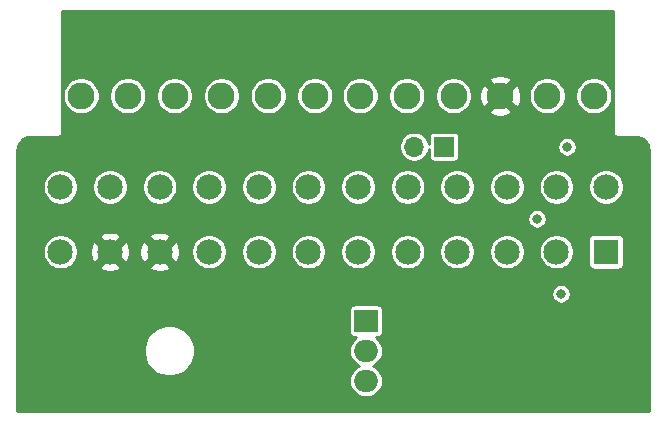
<source format=gbr>
%TF.GenerationSoftware,KiCad,Pcbnew,(5.1.6)-1*%
%TF.CreationDate,2022-11-08T14:58:38-05:00*%
%TF.ProjectId,PICO-AT,5049434f-2d41-4542-9e6b-696361645f70,rev?*%
%TF.SameCoordinates,Original*%
%TF.FileFunction,Copper,L3,Inr*%
%TF.FilePolarity,Positive*%
%FSLAX46Y46*%
G04 Gerber Fmt 4.6, Leading zero omitted, Abs format (unit mm)*
G04 Created by KiCad (PCBNEW (5.1.6)-1) date 2022-11-08 14:58:38*
%MOMM*%
%LPD*%
G01*
G04 APERTURE LIST*
%TA.AperFunction,ViaPad*%
%ADD10C,2.280000*%
%TD*%
%TA.AperFunction,ViaPad*%
%ADD11R,2.150000X2.150000*%
%TD*%
%TA.AperFunction,ViaPad*%
%ADD12C,2.150000*%
%TD*%
%TA.AperFunction,ViaPad*%
%ADD13R,2.000000X1.905000*%
%TD*%
%TA.AperFunction,ViaPad*%
%ADD14O,2.000000X1.905000*%
%TD*%
%TA.AperFunction,ViaPad*%
%ADD15R,1.700000X1.700000*%
%TD*%
%TA.AperFunction,ViaPad*%
%ADD16O,1.700000X1.700000*%
%TD*%
%TA.AperFunction,ViaPad*%
%ADD17C,0.800000*%
%TD*%
%TA.AperFunction,Conductor*%
%ADD18C,0.254000*%
%TD*%
G04 APERTURE END LIST*
D10*
%TO.N,/GND*%
%TO.C,J1*%
X151130000Y-94488000D03*
X155090000Y-94488000D03*
%TO.N,/-12V*%
X159050000Y-94488000D03*
%TO.N,/12V*%
X163010000Y-94488000D03*
%TO.N,/5V*%
X166970000Y-94488000D03*
%TO.N,/PG*%
X170930000Y-94488000D03*
%TD*%
%TO.N,/GND*%
%TO.C,J2*%
X147308000Y-94488000D03*
X143348000Y-94488000D03*
%TO.N,/-5V*%
X139388000Y-94488000D03*
%TO.N,/5V*%
X135428000Y-94488000D03*
X131468000Y-94488000D03*
X127508000Y-94488000D03*
%TD*%
D11*
%TO.N,/3.3V*%
%TO.C,J3*%
X171958000Y-107696000D03*
D12*
X167758000Y-107696000D03*
%TO.N,/GND*%
X163558000Y-107696000D03*
%TO.N,/5V*%
X159358000Y-107696000D03*
%TO.N,/GND*%
X155158000Y-107696000D03*
%TO.N,/5V*%
X150958000Y-107696000D03*
%TO.N,/GND*%
X146758000Y-107696000D03*
%TO.N,/PG*%
X142558000Y-107696000D03*
%TO.N,/5VSB*%
X138358000Y-107696000D03*
%TO.N,/12V*%
X134158000Y-107696000D03*
X129958000Y-107696000D03*
%TO.N,/3.3V*%
X125758000Y-107696000D03*
X171958000Y-102196000D03*
%TO.N,/-12V*%
X167758000Y-102196000D03*
%TO.N,/GND*%
X163558000Y-102196000D03*
%TO.N,/PS-ON*%
X159358000Y-102196000D03*
%TO.N,/GND*%
X155158000Y-102196000D03*
X150958000Y-102196000D03*
X146758000Y-102196000D03*
%TO.N,Net-(J3-Pad20)*%
X142558000Y-102196000D03*
%TO.N,/5V*%
X138358000Y-102196000D03*
X134158000Y-102196000D03*
X129958000Y-102196000D03*
%TO.N,/GND*%
X125758000Y-102196000D03*
%TD*%
D13*
%TO.N,/GND*%
%TO.C,U1*%
X151638000Y-113538000D03*
D14*
%TO.N,/-12V*%
X151638000Y-116078000D03*
%TO.N,/-5V*%
X151638000Y-118618000D03*
%TD*%
D15*
%TO.N,/GND*%
%TO.C,PWR*%
X158242000Y-98806000D03*
D16*
%TO.N,Net-(IC1-Pad1)*%
X155702000Y-98806000D03*
%TD*%
D17*
%TO.N,/12V*%
X163068000Y-113030000D03*
%TO.N,/5V*%
X168148000Y-111252000D03*
%TO.N,/PG*%
X166116000Y-104902000D03*
%TO.N,/3.3V*%
X168656000Y-98806000D03*
%TD*%
D18*
%TO.N,/12V*%
G36*
X172522000Y-97513795D02*
G01*
X172519813Y-97536000D01*
X172528540Y-97624607D01*
X172554386Y-97709810D01*
X172596357Y-97788333D01*
X172642825Y-97844954D01*
X172652841Y-97857159D01*
X172721667Y-97913643D01*
X172800190Y-97955614D01*
X172885393Y-97981460D01*
X172974000Y-97990187D01*
X172996205Y-97988000D01*
X174475892Y-97988000D01*
X174705800Y-98010542D01*
X174905678Y-98070889D01*
X175090039Y-98168916D01*
X175251839Y-98300876D01*
X175384932Y-98461759D01*
X175484240Y-98645425D01*
X175545981Y-98844878D01*
X175570001Y-99073411D01*
X175570000Y-121214000D01*
X122118000Y-121214000D01*
X122118000Y-115863584D01*
X132801000Y-115863584D01*
X132801000Y-116292416D01*
X132884660Y-116713008D01*
X133048767Y-117109196D01*
X133287013Y-117465757D01*
X133590243Y-117768987D01*
X133946804Y-118007233D01*
X134342992Y-118171340D01*
X134763584Y-118255000D01*
X135192416Y-118255000D01*
X135613008Y-118171340D01*
X136009196Y-118007233D01*
X136365757Y-117768987D01*
X136668987Y-117465757D01*
X136907233Y-117109196D01*
X137071340Y-116713008D01*
X137155000Y-116292416D01*
X137155000Y-116078000D01*
X150204326Y-116078000D01*
X150230961Y-116348429D01*
X150309842Y-116608466D01*
X150437938Y-116848117D01*
X150610327Y-117058173D01*
X150820383Y-117230562D01*
X151040094Y-117348000D01*
X150820383Y-117465438D01*
X150610327Y-117637827D01*
X150437938Y-117847883D01*
X150309842Y-118087534D01*
X150230961Y-118347571D01*
X150204326Y-118618000D01*
X150230961Y-118888429D01*
X150309842Y-119148466D01*
X150437938Y-119388117D01*
X150610327Y-119598173D01*
X150820383Y-119770562D01*
X151060034Y-119898658D01*
X151320071Y-119977539D01*
X151522738Y-119997500D01*
X151753262Y-119997500D01*
X151955929Y-119977539D01*
X152215966Y-119898658D01*
X152455617Y-119770562D01*
X152665673Y-119598173D01*
X152838062Y-119388117D01*
X152966158Y-119148466D01*
X153045039Y-118888429D01*
X153071674Y-118618000D01*
X153045039Y-118347571D01*
X152966158Y-118087534D01*
X152838062Y-117847883D01*
X152665673Y-117637827D01*
X152455617Y-117465438D01*
X152235906Y-117348000D01*
X152455617Y-117230562D01*
X152665673Y-117058173D01*
X152838062Y-116848117D01*
X152966158Y-116608466D01*
X153045039Y-116348429D01*
X153071674Y-116078000D01*
X153045039Y-115807571D01*
X152966158Y-115547534D01*
X152838062Y-115307883D01*
X152665673Y-115097827D01*
X152455617Y-114925438D01*
X152444631Y-114919566D01*
X152638000Y-114919566D01*
X152721707Y-114911322D01*
X152802196Y-114886905D01*
X152876376Y-114847255D01*
X152941395Y-114793895D01*
X152994755Y-114728876D01*
X153034405Y-114654696D01*
X153058822Y-114574207D01*
X153067066Y-114490500D01*
X153067066Y-112585500D01*
X153058822Y-112501793D01*
X153034405Y-112421304D01*
X152994755Y-112347124D01*
X152941395Y-112282105D01*
X152876376Y-112228745D01*
X152802196Y-112189095D01*
X152721707Y-112164678D01*
X152638000Y-112156434D01*
X150638000Y-112156434D01*
X150554293Y-112164678D01*
X150473804Y-112189095D01*
X150399624Y-112228745D01*
X150334605Y-112282105D01*
X150281245Y-112347124D01*
X150241595Y-112421304D01*
X150217178Y-112501793D01*
X150208934Y-112585500D01*
X150208934Y-114490500D01*
X150217178Y-114574207D01*
X150241595Y-114654696D01*
X150281245Y-114728876D01*
X150334605Y-114793895D01*
X150399624Y-114847255D01*
X150473804Y-114886905D01*
X150554293Y-114911322D01*
X150638000Y-114919566D01*
X150831369Y-114919566D01*
X150820383Y-114925438D01*
X150610327Y-115097827D01*
X150437938Y-115307883D01*
X150309842Y-115547534D01*
X150230961Y-115807571D01*
X150204326Y-116078000D01*
X137155000Y-116078000D01*
X137155000Y-115863584D01*
X137071340Y-115442992D01*
X136907233Y-115046804D01*
X136668987Y-114690243D01*
X136365757Y-114387013D01*
X136009196Y-114148767D01*
X135613008Y-113984660D01*
X135192416Y-113901000D01*
X134763584Y-113901000D01*
X134342992Y-113984660D01*
X133946804Y-114148767D01*
X133590243Y-114387013D01*
X133287013Y-114690243D01*
X133048767Y-115046804D01*
X132884660Y-115442992D01*
X132801000Y-115863584D01*
X122118000Y-115863584D01*
X122118000Y-111170548D01*
X167321000Y-111170548D01*
X167321000Y-111333452D01*
X167352782Y-111493227D01*
X167415123Y-111643731D01*
X167505628Y-111779181D01*
X167620819Y-111894372D01*
X167756269Y-111984877D01*
X167906773Y-112047218D01*
X168066548Y-112079000D01*
X168229452Y-112079000D01*
X168389227Y-112047218D01*
X168539731Y-111984877D01*
X168675181Y-111894372D01*
X168790372Y-111779181D01*
X168880877Y-111643731D01*
X168943218Y-111493227D01*
X168975000Y-111333452D01*
X168975000Y-111170548D01*
X168943218Y-111010773D01*
X168880877Y-110860269D01*
X168790372Y-110724819D01*
X168675181Y-110609628D01*
X168539731Y-110519123D01*
X168389227Y-110456782D01*
X168229452Y-110425000D01*
X168066548Y-110425000D01*
X167906773Y-110456782D01*
X167756269Y-110519123D01*
X167620819Y-110609628D01*
X167505628Y-110724819D01*
X167415123Y-110860269D01*
X167352782Y-111010773D01*
X167321000Y-111170548D01*
X122118000Y-111170548D01*
X122118000Y-107548066D01*
X124256000Y-107548066D01*
X124256000Y-107843934D01*
X124313721Y-108134117D01*
X124426944Y-108407464D01*
X124591320Y-108653469D01*
X124800531Y-108862680D01*
X125046536Y-109027056D01*
X125319883Y-109140279D01*
X125610066Y-109198000D01*
X125905934Y-109198000D01*
X126196117Y-109140279D01*
X126469464Y-109027056D01*
X126569700Y-108960080D01*
X129044645Y-108960080D01*
X129159235Y-109217329D01*
X129471380Y-109343929D01*
X129802225Y-109407199D01*
X130139057Y-109404709D01*
X130468931Y-109336553D01*
X130756765Y-109217329D01*
X130871355Y-108960080D01*
X133244645Y-108960080D01*
X133359235Y-109217329D01*
X133671380Y-109343929D01*
X134002225Y-109407199D01*
X134339057Y-109404709D01*
X134668931Y-109336553D01*
X134956765Y-109217329D01*
X135071355Y-108960080D01*
X134158000Y-108046725D01*
X133244645Y-108960080D01*
X130871355Y-108960080D01*
X129958000Y-108046725D01*
X129044645Y-108960080D01*
X126569700Y-108960080D01*
X126715469Y-108862680D01*
X126924680Y-108653469D01*
X127089056Y-108407464D01*
X127202279Y-108134117D01*
X127260000Y-107843934D01*
X127260000Y-107548066D01*
X127258441Y-107540225D01*
X128246801Y-107540225D01*
X128249291Y-107877057D01*
X128317447Y-108206931D01*
X128436671Y-108494765D01*
X128693920Y-108609355D01*
X129607275Y-107696000D01*
X130308725Y-107696000D01*
X131222080Y-108609355D01*
X131479329Y-108494765D01*
X131605929Y-108182620D01*
X131669199Y-107851775D01*
X131666896Y-107540225D01*
X132446801Y-107540225D01*
X132449291Y-107877057D01*
X132517447Y-108206931D01*
X132636671Y-108494765D01*
X132893920Y-108609355D01*
X133807275Y-107696000D01*
X134508725Y-107696000D01*
X135422080Y-108609355D01*
X135679329Y-108494765D01*
X135805929Y-108182620D01*
X135869199Y-107851775D01*
X135866954Y-107548066D01*
X136856000Y-107548066D01*
X136856000Y-107843934D01*
X136913721Y-108134117D01*
X137026944Y-108407464D01*
X137191320Y-108653469D01*
X137400531Y-108862680D01*
X137646536Y-109027056D01*
X137919883Y-109140279D01*
X138210066Y-109198000D01*
X138505934Y-109198000D01*
X138796117Y-109140279D01*
X139069464Y-109027056D01*
X139315469Y-108862680D01*
X139524680Y-108653469D01*
X139689056Y-108407464D01*
X139802279Y-108134117D01*
X139860000Y-107843934D01*
X139860000Y-107548066D01*
X141056000Y-107548066D01*
X141056000Y-107843934D01*
X141113721Y-108134117D01*
X141226944Y-108407464D01*
X141391320Y-108653469D01*
X141600531Y-108862680D01*
X141846536Y-109027056D01*
X142119883Y-109140279D01*
X142410066Y-109198000D01*
X142705934Y-109198000D01*
X142996117Y-109140279D01*
X143269464Y-109027056D01*
X143515469Y-108862680D01*
X143724680Y-108653469D01*
X143889056Y-108407464D01*
X144002279Y-108134117D01*
X144060000Y-107843934D01*
X144060000Y-107548066D01*
X145256000Y-107548066D01*
X145256000Y-107843934D01*
X145313721Y-108134117D01*
X145426944Y-108407464D01*
X145591320Y-108653469D01*
X145800531Y-108862680D01*
X146046536Y-109027056D01*
X146319883Y-109140279D01*
X146610066Y-109198000D01*
X146905934Y-109198000D01*
X147196117Y-109140279D01*
X147469464Y-109027056D01*
X147715469Y-108862680D01*
X147924680Y-108653469D01*
X148089056Y-108407464D01*
X148202279Y-108134117D01*
X148260000Y-107843934D01*
X148260000Y-107548066D01*
X149456000Y-107548066D01*
X149456000Y-107843934D01*
X149513721Y-108134117D01*
X149626944Y-108407464D01*
X149791320Y-108653469D01*
X150000531Y-108862680D01*
X150246536Y-109027056D01*
X150519883Y-109140279D01*
X150810066Y-109198000D01*
X151105934Y-109198000D01*
X151396117Y-109140279D01*
X151669464Y-109027056D01*
X151915469Y-108862680D01*
X152124680Y-108653469D01*
X152289056Y-108407464D01*
X152402279Y-108134117D01*
X152460000Y-107843934D01*
X152460000Y-107548066D01*
X153656000Y-107548066D01*
X153656000Y-107843934D01*
X153713721Y-108134117D01*
X153826944Y-108407464D01*
X153991320Y-108653469D01*
X154200531Y-108862680D01*
X154446536Y-109027056D01*
X154719883Y-109140279D01*
X155010066Y-109198000D01*
X155305934Y-109198000D01*
X155596117Y-109140279D01*
X155869464Y-109027056D01*
X156115469Y-108862680D01*
X156324680Y-108653469D01*
X156489056Y-108407464D01*
X156602279Y-108134117D01*
X156660000Y-107843934D01*
X156660000Y-107548066D01*
X157856000Y-107548066D01*
X157856000Y-107843934D01*
X157913721Y-108134117D01*
X158026944Y-108407464D01*
X158191320Y-108653469D01*
X158400531Y-108862680D01*
X158646536Y-109027056D01*
X158919883Y-109140279D01*
X159210066Y-109198000D01*
X159505934Y-109198000D01*
X159796117Y-109140279D01*
X160069464Y-109027056D01*
X160315469Y-108862680D01*
X160524680Y-108653469D01*
X160689056Y-108407464D01*
X160802279Y-108134117D01*
X160860000Y-107843934D01*
X160860000Y-107548066D01*
X162056000Y-107548066D01*
X162056000Y-107843934D01*
X162113721Y-108134117D01*
X162226944Y-108407464D01*
X162391320Y-108653469D01*
X162600531Y-108862680D01*
X162846536Y-109027056D01*
X163119883Y-109140279D01*
X163410066Y-109198000D01*
X163705934Y-109198000D01*
X163996117Y-109140279D01*
X164269464Y-109027056D01*
X164515469Y-108862680D01*
X164724680Y-108653469D01*
X164889056Y-108407464D01*
X165002279Y-108134117D01*
X165060000Y-107843934D01*
X165060000Y-107548066D01*
X166256000Y-107548066D01*
X166256000Y-107843934D01*
X166313721Y-108134117D01*
X166426944Y-108407464D01*
X166591320Y-108653469D01*
X166800531Y-108862680D01*
X167046536Y-109027056D01*
X167319883Y-109140279D01*
X167610066Y-109198000D01*
X167905934Y-109198000D01*
X168196117Y-109140279D01*
X168469464Y-109027056D01*
X168715469Y-108862680D01*
X168924680Y-108653469D01*
X169089056Y-108407464D01*
X169202279Y-108134117D01*
X169260000Y-107843934D01*
X169260000Y-107548066D01*
X169202279Y-107257883D01*
X169089056Y-106984536D01*
X168924680Y-106738531D01*
X168807149Y-106621000D01*
X170453934Y-106621000D01*
X170453934Y-108771000D01*
X170462178Y-108854707D01*
X170486595Y-108935196D01*
X170526245Y-109009376D01*
X170579605Y-109074395D01*
X170644624Y-109127755D01*
X170718804Y-109167405D01*
X170799293Y-109191822D01*
X170883000Y-109200066D01*
X173033000Y-109200066D01*
X173116707Y-109191822D01*
X173197196Y-109167405D01*
X173271376Y-109127755D01*
X173336395Y-109074395D01*
X173389755Y-109009376D01*
X173429405Y-108935196D01*
X173453822Y-108854707D01*
X173462066Y-108771000D01*
X173462066Y-106621000D01*
X173453822Y-106537293D01*
X173429405Y-106456804D01*
X173389755Y-106382624D01*
X173336395Y-106317605D01*
X173271376Y-106264245D01*
X173197196Y-106224595D01*
X173116707Y-106200178D01*
X173033000Y-106191934D01*
X170883000Y-106191934D01*
X170799293Y-106200178D01*
X170718804Y-106224595D01*
X170644624Y-106264245D01*
X170579605Y-106317605D01*
X170526245Y-106382624D01*
X170486595Y-106456804D01*
X170462178Y-106537293D01*
X170453934Y-106621000D01*
X168807149Y-106621000D01*
X168715469Y-106529320D01*
X168469464Y-106364944D01*
X168196117Y-106251721D01*
X167905934Y-106194000D01*
X167610066Y-106194000D01*
X167319883Y-106251721D01*
X167046536Y-106364944D01*
X166800531Y-106529320D01*
X166591320Y-106738531D01*
X166426944Y-106984536D01*
X166313721Y-107257883D01*
X166256000Y-107548066D01*
X165060000Y-107548066D01*
X165002279Y-107257883D01*
X164889056Y-106984536D01*
X164724680Y-106738531D01*
X164515469Y-106529320D01*
X164269464Y-106364944D01*
X163996117Y-106251721D01*
X163705934Y-106194000D01*
X163410066Y-106194000D01*
X163119883Y-106251721D01*
X162846536Y-106364944D01*
X162600531Y-106529320D01*
X162391320Y-106738531D01*
X162226944Y-106984536D01*
X162113721Y-107257883D01*
X162056000Y-107548066D01*
X160860000Y-107548066D01*
X160802279Y-107257883D01*
X160689056Y-106984536D01*
X160524680Y-106738531D01*
X160315469Y-106529320D01*
X160069464Y-106364944D01*
X159796117Y-106251721D01*
X159505934Y-106194000D01*
X159210066Y-106194000D01*
X158919883Y-106251721D01*
X158646536Y-106364944D01*
X158400531Y-106529320D01*
X158191320Y-106738531D01*
X158026944Y-106984536D01*
X157913721Y-107257883D01*
X157856000Y-107548066D01*
X156660000Y-107548066D01*
X156602279Y-107257883D01*
X156489056Y-106984536D01*
X156324680Y-106738531D01*
X156115469Y-106529320D01*
X155869464Y-106364944D01*
X155596117Y-106251721D01*
X155305934Y-106194000D01*
X155010066Y-106194000D01*
X154719883Y-106251721D01*
X154446536Y-106364944D01*
X154200531Y-106529320D01*
X153991320Y-106738531D01*
X153826944Y-106984536D01*
X153713721Y-107257883D01*
X153656000Y-107548066D01*
X152460000Y-107548066D01*
X152402279Y-107257883D01*
X152289056Y-106984536D01*
X152124680Y-106738531D01*
X151915469Y-106529320D01*
X151669464Y-106364944D01*
X151396117Y-106251721D01*
X151105934Y-106194000D01*
X150810066Y-106194000D01*
X150519883Y-106251721D01*
X150246536Y-106364944D01*
X150000531Y-106529320D01*
X149791320Y-106738531D01*
X149626944Y-106984536D01*
X149513721Y-107257883D01*
X149456000Y-107548066D01*
X148260000Y-107548066D01*
X148202279Y-107257883D01*
X148089056Y-106984536D01*
X147924680Y-106738531D01*
X147715469Y-106529320D01*
X147469464Y-106364944D01*
X147196117Y-106251721D01*
X146905934Y-106194000D01*
X146610066Y-106194000D01*
X146319883Y-106251721D01*
X146046536Y-106364944D01*
X145800531Y-106529320D01*
X145591320Y-106738531D01*
X145426944Y-106984536D01*
X145313721Y-107257883D01*
X145256000Y-107548066D01*
X144060000Y-107548066D01*
X144002279Y-107257883D01*
X143889056Y-106984536D01*
X143724680Y-106738531D01*
X143515469Y-106529320D01*
X143269464Y-106364944D01*
X142996117Y-106251721D01*
X142705934Y-106194000D01*
X142410066Y-106194000D01*
X142119883Y-106251721D01*
X141846536Y-106364944D01*
X141600531Y-106529320D01*
X141391320Y-106738531D01*
X141226944Y-106984536D01*
X141113721Y-107257883D01*
X141056000Y-107548066D01*
X139860000Y-107548066D01*
X139802279Y-107257883D01*
X139689056Y-106984536D01*
X139524680Y-106738531D01*
X139315469Y-106529320D01*
X139069464Y-106364944D01*
X138796117Y-106251721D01*
X138505934Y-106194000D01*
X138210066Y-106194000D01*
X137919883Y-106251721D01*
X137646536Y-106364944D01*
X137400531Y-106529320D01*
X137191320Y-106738531D01*
X137026944Y-106984536D01*
X136913721Y-107257883D01*
X136856000Y-107548066D01*
X135866954Y-107548066D01*
X135866709Y-107514943D01*
X135798553Y-107185069D01*
X135679329Y-106897235D01*
X135422080Y-106782645D01*
X134508725Y-107696000D01*
X133807275Y-107696000D01*
X132893920Y-106782645D01*
X132636671Y-106897235D01*
X132510071Y-107209380D01*
X132446801Y-107540225D01*
X131666896Y-107540225D01*
X131666709Y-107514943D01*
X131598553Y-107185069D01*
X131479329Y-106897235D01*
X131222080Y-106782645D01*
X130308725Y-107696000D01*
X129607275Y-107696000D01*
X128693920Y-106782645D01*
X128436671Y-106897235D01*
X128310071Y-107209380D01*
X128246801Y-107540225D01*
X127258441Y-107540225D01*
X127202279Y-107257883D01*
X127089056Y-106984536D01*
X126924680Y-106738531D01*
X126715469Y-106529320D01*
X126569701Y-106431920D01*
X129044645Y-106431920D01*
X129958000Y-107345275D01*
X130871355Y-106431920D01*
X133244645Y-106431920D01*
X134158000Y-107345275D01*
X135071355Y-106431920D01*
X134956765Y-106174671D01*
X134644620Y-106048071D01*
X134313775Y-105984801D01*
X133976943Y-105987291D01*
X133647069Y-106055447D01*
X133359235Y-106174671D01*
X133244645Y-106431920D01*
X130871355Y-106431920D01*
X130756765Y-106174671D01*
X130444620Y-106048071D01*
X130113775Y-105984801D01*
X129776943Y-105987291D01*
X129447069Y-106055447D01*
X129159235Y-106174671D01*
X129044645Y-106431920D01*
X126569701Y-106431920D01*
X126469464Y-106364944D01*
X126196117Y-106251721D01*
X125905934Y-106194000D01*
X125610066Y-106194000D01*
X125319883Y-106251721D01*
X125046536Y-106364944D01*
X124800531Y-106529320D01*
X124591320Y-106738531D01*
X124426944Y-106984536D01*
X124313721Y-107257883D01*
X124256000Y-107548066D01*
X122118000Y-107548066D01*
X122118000Y-104820548D01*
X165289000Y-104820548D01*
X165289000Y-104983452D01*
X165320782Y-105143227D01*
X165383123Y-105293731D01*
X165473628Y-105429181D01*
X165588819Y-105544372D01*
X165724269Y-105634877D01*
X165874773Y-105697218D01*
X166034548Y-105729000D01*
X166197452Y-105729000D01*
X166357227Y-105697218D01*
X166507731Y-105634877D01*
X166643181Y-105544372D01*
X166758372Y-105429181D01*
X166848877Y-105293731D01*
X166911218Y-105143227D01*
X166943000Y-104983452D01*
X166943000Y-104820548D01*
X166911218Y-104660773D01*
X166848877Y-104510269D01*
X166758372Y-104374819D01*
X166643181Y-104259628D01*
X166507731Y-104169123D01*
X166357227Y-104106782D01*
X166197452Y-104075000D01*
X166034548Y-104075000D01*
X165874773Y-104106782D01*
X165724269Y-104169123D01*
X165588819Y-104259628D01*
X165473628Y-104374819D01*
X165383123Y-104510269D01*
X165320782Y-104660773D01*
X165289000Y-104820548D01*
X122118000Y-104820548D01*
X122118000Y-102048066D01*
X124256000Y-102048066D01*
X124256000Y-102343934D01*
X124313721Y-102634117D01*
X124426944Y-102907464D01*
X124591320Y-103153469D01*
X124800531Y-103362680D01*
X125046536Y-103527056D01*
X125319883Y-103640279D01*
X125610066Y-103698000D01*
X125905934Y-103698000D01*
X126196117Y-103640279D01*
X126469464Y-103527056D01*
X126715469Y-103362680D01*
X126924680Y-103153469D01*
X127089056Y-102907464D01*
X127202279Y-102634117D01*
X127260000Y-102343934D01*
X127260000Y-102048066D01*
X128456000Y-102048066D01*
X128456000Y-102343934D01*
X128513721Y-102634117D01*
X128626944Y-102907464D01*
X128791320Y-103153469D01*
X129000531Y-103362680D01*
X129246536Y-103527056D01*
X129519883Y-103640279D01*
X129810066Y-103698000D01*
X130105934Y-103698000D01*
X130396117Y-103640279D01*
X130669464Y-103527056D01*
X130915469Y-103362680D01*
X131124680Y-103153469D01*
X131289056Y-102907464D01*
X131402279Y-102634117D01*
X131460000Y-102343934D01*
X131460000Y-102048066D01*
X132656000Y-102048066D01*
X132656000Y-102343934D01*
X132713721Y-102634117D01*
X132826944Y-102907464D01*
X132991320Y-103153469D01*
X133200531Y-103362680D01*
X133446536Y-103527056D01*
X133719883Y-103640279D01*
X134010066Y-103698000D01*
X134305934Y-103698000D01*
X134596117Y-103640279D01*
X134869464Y-103527056D01*
X135115469Y-103362680D01*
X135324680Y-103153469D01*
X135489056Y-102907464D01*
X135602279Y-102634117D01*
X135660000Y-102343934D01*
X135660000Y-102048066D01*
X136856000Y-102048066D01*
X136856000Y-102343934D01*
X136913721Y-102634117D01*
X137026944Y-102907464D01*
X137191320Y-103153469D01*
X137400531Y-103362680D01*
X137646536Y-103527056D01*
X137919883Y-103640279D01*
X138210066Y-103698000D01*
X138505934Y-103698000D01*
X138796117Y-103640279D01*
X139069464Y-103527056D01*
X139315469Y-103362680D01*
X139524680Y-103153469D01*
X139689056Y-102907464D01*
X139802279Y-102634117D01*
X139860000Y-102343934D01*
X139860000Y-102048066D01*
X141056000Y-102048066D01*
X141056000Y-102343934D01*
X141113721Y-102634117D01*
X141226944Y-102907464D01*
X141391320Y-103153469D01*
X141600531Y-103362680D01*
X141846536Y-103527056D01*
X142119883Y-103640279D01*
X142410066Y-103698000D01*
X142705934Y-103698000D01*
X142996117Y-103640279D01*
X143269464Y-103527056D01*
X143515469Y-103362680D01*
X143724680Y-103153469D01*
X143889056Y-102907464D01*
X144002279Y-102634117D01*
X144060000Y-102343934D01*
X144060000Y-102048066D01*
X145256000Y-102048066D01*
X145256000Y-102343934D01*
X145313721Y-102634117D01*
X145426944Y-102907464D01*
X145591320Y-103153469D01*
X145800531Y-103362680D01*
X146046536Y-103527056D01*
X146319883Y-103640279D01*
X146610066Y-103698000D01*
X146905934Y-103698000D01*
X147196117Y-103640279D01*
X147469464Y-103527056D01*
X147715469Y-103362680D01*
X147924680Y-103153469D01*
X148089056Y-102907464D01*
X148202279Y-102634117D01*
X148260000Y-102343934D01*
X148260000Y-102048066D01*
X149456000Y-102048066D01*
X149456000Y-102343934D01*
X149513721Y-102634117D01*
X149626944Y-102907464D01*
X149791320Y-103153469D01*
X150000531Y-103362680D01*
X150246536Y-103527056D01*
X150519883Y-103640279D01*
X150810066Y-103698000D01*
X151105934Y-103698000D01*
X151396117Y-103640279D01*
X151669464Y-103527056D01*
X151915469Y-103362680D01*
X152124680Y-103153469D01*
X152289056Y-102907464D01*
X152402279Y-102634117D01*
X152460000Y-102343934D01*
X152460000Y-102048066D01*
X153656000Y-102048066D01*
X153656000Y-102343934D01*
X153713721Y-102634117D01*
X153826944Y-102907464D01*
X153991320Y-103153469D01*
X154200531Y-103362680D01*
X154446536Y-103527056D01*
X154719883Y-103640279D01*
X155010066Y-103698000D01*
X155305934Y-103698000D01*
X155596117Y-103640279D01*
X155869464Y-103527056D01*
X156115469Y-103362680D01*
X156324680Y-103153469D01*
X156489056Y-102907464D01*
X156602279Y-102634117D01*
X156660000Y-102343934D01*
X156660000Y-102048066D01*
X157856000Y-102048066D01*
X157856000Y-102343934D01*
X157913721Y-102634117D01*
X158026944Y-102907464D01*
X158191320Y-103153469D01*
X158400531Y-103362680D01*
X158646536Y-103527056D01*
X158919883Y-103640279D01*
X159210066Y-103698000D01*
X159505934Y-103698000D01*
X159796117Y-103640279D01*
X160069464Y-103527056D01*
X160315469Y-103362680D01*
X160524680Y-103153469D01*
X160689056Y-102907464D01*
X160802279Y-102634117D01*
X160860000Y-102343934D01*
X160860000Y-102048066D01*
X162056000Y-102048066D01*
X162056000Y-102343934D01*
X162113721Y-102634117D01*
X162226944Y-102907464D01*
X162391320Y-103153469D01*
X162600531Y-103362680D01*
X162846536Y-103527056D01*
X163119883Y-103640279D01*
X163410066Y-103698000D01*
X163705934Y-103698000D01*
X163996117Y-103640279D01*
X164269464Y-103527056D01*
X164515469Y-103362680D01*
X164724680Y-103153469D01*
X164889056Y-102907464D01*
X165002279Y-102634117D01*
X165060000Y-102343934D01*
X165060000Y-102048066D01*
X166256000Y-102048066D01*
X166256000Y-102343934D01*
X166313721Y-102634117D01*
X166426944Y-102907464D01*
X166591320Y-103153469D01*
X166800531Y-103362680D01*
X167046536Y-103527056D01*
X167319883Y-103640279D01*
X167610066Y-103698000D01*
X167905934Y-103698000D01*
X168196117Y-103640279D01*
X168469464Y-103527056D01*
X168715469Y-103362680D01*
X168924680Y-103153469D01*
X169089056Y-102907464D01*
X169202279Y-102634117D01*
X169260000Y-102343934D01*
X169260000Y-102048066D01*
X170456000Y-102048066D01*
X170456000Y-102343934D01*
X170513721Y-102634117D01*
X170626944Y-102907464D01*
X170791320Y-103153469D01*
X171000531Y-103362680D01*
X171246536Y-103527056D01*
X171519883Y-103640279D01*
X171810066Y-103698000D01*
X172105934Y-103698000D01*
X172396117Y-103640279D01*
X172669464Y-103527056D01*
X172915469Y-103362680D01*
X173124680Y-103153469D01*
X173289056Y-102907464D01*
X173402279Y-102634117D01*
X173460000Y-102343934D01*
X173460000Y-102048066D01*
X173402279Y-101757883D01*
X173289056Y-101484536D01*
X173124680Y-101238531D01*
X172915469Y-101029320D01*
X172669464Y-100864944D01*
X172396117Y-100751721D01*
X172105934Y-100694000D01*
X171810066Y-100694000D01*
X171519883Y-100751721D01*
X171246536Y-100864944D01*
X171000531Y-101029320D01*
X170791320Y-101238531D01*
X170626944Y-101484536D01*
X170513721Y-101757883D01*
X170456000Y-102048066D01*
X169260000Y-102048066D01*
X169202279Y-101757883D01*
X169089056Y-101484536D01*
X168924680Y-101238531D01*
X168715469Y-101029320D01*
X168469464Y-100864944D01*
X168196117Y-100751721D01*
X167905934Y-100694000D01*
X167610066Y-100694000D01*
X167319883Y-100751721D01*
X167046536Y-100864944D01*
X166800531Y-101029320D01*
X166591320Y-101238531D01*
X166426944Y-101484536D01*
X166313721Y-101757883D01*
X166256000Y-102048066D01*
X165060000Y-102048066D01*
X165002279Y-101757883D01*
X164889056Y-101484536D01*
X164724680Y-101238531D01*
X164515469Y-101029320D01*
X164269464Y-100864944D01*
X163996117Y-100751721D01*
X163705934Y-100694000D01*
X163410066Y-100694000D01*
X163119883Y-100751721D01*
X162846536Y-100864944D01*
X162600531Y-101029320D01*
X162391320Y-101238531D01*
X162226944Y-101484536D01*
X162113721Y-101757883D01*
X162056000Y-102048066D01*
X160860000Y-102048066D01*
X160802279Y-101757883D01*
X160689056Y-101484536D01*
X160524680Y-101238531D01*
X160315469Y-101029320D01*
X160069464Y-100864944D01*
X159796117Y-100751721D01*
X159505934Y-100694000D01*
X159210066Y-100694000D01*
X158919883Y-100751721D01*
X158646536Y-100864944D01*
X158400531Y-101029320D01*
X158191320Y-101238531D01*
X158026944Y-101484536D01*
X157913721Y-101757883D01*
X157856000Y-102048066D01*
X156660000Y-102048066D01*
X156602279Y-101757883D01*
X156489056Y-101484536D01*
X156324680Y-101238531D01*
X156115469Y-101029320D01*
X155869464Y-100864944D01*
X155596117Y-100751721D01*
X155305934Y-100694000D01*
X155010066Y-100694000D01*
X154719883Y-100751721D01*
X154446536Y-100864944D01*
X154200531Y-101029320D01*
X153991320Y-101238531D01*
X153826944Y-101484536D01*
X153713721Y-101757883D01*
X153656000Y-102048066D01*
X152460000Y-102048066D01*
X152402279Y-101757883D01*
X152289056Y-101484536D01*
X152124680Y-101238531D01*
X151915469Y-101029320D01*
X151669464Y-100864944D01*
X151396117Y-100751721D01*
X151105934Y-100694000D01*
X150810066Y-100694000D01*
X150519883Y-100751721D01*
X150246536Y-100864944D01*
X150000531Y-101029320D01*
X149791320Y-101238531D01*
X149626944Y-101484536D01*
X149513721Y-101757883D01*
X149456000Y-102048066D01*
X148260000Y-102048066D01*
X148202279Y-101757883D01*
X148089056Y-101484536D01*
X147924680Y-101238531D01*
X147715469Y-101029320D01*
X147469464Y-100864944D01*
X147196117Y-100751721D01*
X146905934Y-100694000D01*
X146610066Y-100694000D01*
X146319883Y-100751721D01*
X146046536Y-100864944D01*
X145800531Y-101029320D01*
X145591320Y-101238531D01*
X145426944Y-101484536D01*
X145313721Y-101757883D01*
X145256000Y-102048066D01*
X144060000Y-102048066D01*
X144002279Y-101757883D01*
X143889056Y-101484536D01*
X143724680Y-101238531D01*
X143515469Y-101029320D01*
X143269464Y-100864944D01*
X142996117Y-100751721D01*
X142705934Y-100694000D01*
X142410066Y-100694000D01*
X142119883Y-100751721D01*
X141846536Y-100864944D01*
X141600531Y-101029320D01*
X141391320Y-101238531D01*
X141226944Y-101484536D01*
X141113721Y-101757883D01*
X141056000Y-102048066D01*
X139860000Y-102048066D01*
X139802279Y-101757883D01*
X139689056Y-101484536D01*
X139524680Y-101238531D01*
X139315469Y-101029320D01*
X139069464Y-100864944D01*
X138796117Y-100751721D01*
X138505934Y-100694000D01*
X138210066Y-100694000D01*
X137919883Y-100751721D01*
X137646536Y-100864944D01*
X137400531Y-101029320D01*
X137191320Y-101238531D01*
X137026944Y-101484536D01*
X136913721Y-101757883D01*
X136856000Y-102048066D01*
X135660000Y-102048066D01*
X135602279Y-101757883D01*
X135489056Y-101484536D01*
X135324680Y-101238531D01*
X135115469Y-101029320D01*
X134869464Y-100864944D01*
X134596117Y-100751721D01*
X134305934Y-100694000D01*
X134010066Y-100694000D01*
X133719883Y-100751721D01*
X133446536Y-100864944D01*
X133200531Y-101029320D01*
X132991320Y-101238531D01*
X132826944Y-101484536D01*
X132713721Y-101757883D01*
X132656000Y-102048066D01*
X131460000Y-102048066D01*
X131402279Y-101757883D01*
X131289056Y-101484536D01*
X131124680Y-101238531D01*
X130915469Y-101029320D01*
X130669464Y-100864944D01*
X130396117Y-100751721D01*
X130105934Y-100694000D01*
X129810066Y-100694000D01*
X129519883Y-100751721D01*
X129246536Y-100864944D01*
X129000531Y-101029320D01*
X128791320Y-101238531D01*
X128626944Y-101484536D01*
X128513721Y-101757883D01*
X128456000Y-102048066D01*
X127260000Y-102048066D01*
X127202279Y-101757883D01*
X127089056Y-101484536D01*
X126924680Y-101238531D01*
X126715469Y-101029320D01*
X126469464Y-100864944D01*
X126196117Y-100751721D01*
X125905934Y-100694000D01*
X125610066Y-100694000D01*
X125319883Y-100751721D01*
X125046536Y-100864944D01*
X124800531Y-101029320D01*
X124591320Y-101238531D01*
X124426944Y-101484536D01*
X124313721Y-101757883D01*
X124256000Y-102048066D01*
X122118000Y-102048066D01*
X122118000Y-99082108D01*
X122140542Y-98852200D01*
X122192464Y-98680226D01*
X154425000Y-98680226D01*
X154425000Y-98931774D01*
X154474074Y-99178487D01*
X154570337Y-99410886D01*
X154710089Y-99620040D01*
X154887960Y-99797911D01*
X155097114Y-99937663D01*
X155329513Y-100033926D01*
X155576226Y-100083000D01*
X155827774Y-100083000D01*
X156074487Y-100033926D01*
X156306886Y-99937663D01*
X156516040Y-99797911D01*
X156693911Y-99620040D01*
X156833663Y-99410886D01*
X156929926Y-99178487D01*
X156962934Y-99012544D01*
X156962934Y-99656000D01*
X156971178Y-99739707D01*
X156995595Y-99820196D01*
X157035245Y-99894376D01*
X157088605Y-99959395D01*
X157153624Y-100012755D01*
X157227804Y-100052405D01*
X157308293Y-100076822D01*
X157392000Y-100085066D01*
X159092000Y-100085066D01*
X159175707Y-100076822D01*
X159256196Y-100052405D01*
X159330376Y-100012755D01*
X159395395Y-99959395D01*
X159448755Y-99894376D01*
X159488405Y-99820196D01*
X159512822Y-99739707D01*
X159521066Y-99656000D01*
X159521066Y-98724548D01*
X167829000Y-98724548D01*
X167829000Y-98887452D01*
X167860782Y-99047227D01*
X167923123Y-99197731D01*
X168013628Y-99333181D01*
X168128819Y-99448372D01*
X168264269Y-99538877D01*
X168414773Y-99601218D01*
X168574548Y-99633000D01*
X168737452Y-99633000D01*
X168897227Y-99601218D01*
X169047731Y-99538877D01*
X169183181Y-99448372D01*
X169298372Y-99333181D01*
X169388877Y-99197731D01*
X169451218Y-99047227D01*
X169483000Y-98887452D01*
X169483000Y-98724548D01*
X169451218Y-98564773D01*
X169388877Y-98414269D01*
X169298372Y-98278819D01*
X169183181Y-98163628D01*
X169047731Y-98073123D01*
X168897227Y-98010782D01*
X168737452Y-97979000D01*
X168574548Y-97979000D01*
X168414773Y-98010782D01*
X168264269Y-98073123D01*
X168128819Y-98163628D01*
X168013628Y-98278819D01*
X167923123Y-98414269D01*
X167860782Y-98564773D01*
X167829000Y-98724548D01*
X159521066Y-98724548D01*
X159521066Y-97956000D01*
X159512822Y-97872293D01*
X159488405Y-97791804D01*
X159448755Y-97717624D01*
X159395395Y-97652605D01*
X159330376Y-97599245D01*
X159256196Y-97559595D01*
X159175707Y-97535178D01*
X159092000Y-97526934D01*
X157392000Y-97526934D01*
X157308293Y-97535178D01*
X157227804Y-97559595D01*
X157153624Y-97599245D01*
X157088605Y-97652605D01*
X157035245Y-97717624D01*
X156995595Y-97791804D01*
X156971178Y-97872293D01*
X156962934Y-97956000D01*
X156962934Y-98599456D01*
X156929926Y-98433513D01*
X156833663Y-98201114D01*
X156693911Y-97991960D01*
X156516040Y-97814089D01*
X156306886Y-97674337D01*
X156074487Y-97578074D01*
X155827774Y-97529000D01*
X155576226Y-97529000D01*
X155329513Y-97578074D01*
X155097114Y-97674337D01*
X154887960Y-97814089D01*
X154710089Y-97991960D01*
X154570337Y-98201114D01*
X154474074Y-98433513D01*
X154425000Y-98680226D01*
X122192464Y-98680226D01*
X122200889Y-98652322D01*
X122298916Y-98467961D01*
X122430876Y-98306161D01*
X122591759Y-98173068D01*
X122775425Y-98073760D01*
X122974878Y-98012019D01*
X123203401Y-97988000D01*
X125453795Y-97988000D01*
X125476000Y-97990187D01*
X125498205Y-97988000D01*
X125564607Y-97981460D01*
X125649810Y-97955614D01*
X125728333Y-97913643D01*
X125797159Y-97857159D01*
X125853643Y-97788333D01*
X125895614Y-97709810D01*
X125921460Y-97624607D01*
X125930187Y-97536000D01*
X125928000Y-97513795D01*
X125928000Y-94333664D01*
X125941000Y-94333664D01*
X125941000Y-94642336D01*
X126001219Y-94945077D01*
X126119343Y-95230253D01*
X126290832Y-95486904D01*
X126509096Y-95705168D01*
X126765747Y-95876657D01*
X127050923Y-95994781D01*
X127353664Y-96055000D01*
X127662336Y-96055000D01*
X127965077Y-95994781D01*
X128250253Y-95876657D01*
X128506904Y-95705168D01*
X128725168Y-95486904D01*
X128896657Y-95230253D01*
X129014781Y-94945077D01*
X129075000Y-94642336D01*
X129075000Y-94333664D01*
X129901000Y-94333664D01*
X129901000Y-94642336D01*
X129961219Y-94945077D01*
X130079343Y-95230253D01*
X130250832Y-95486904D01*
X130469096Y-95705168D01*
X130725747Y-95876657D01*
X131010923Y-95994781D01*
X131313664Y-96055000D01*
X131622336Y-96055000D01*
X131925077Y-95994781D01*
X132210253Y-95876657D01*
X132466904Y-95705168D01*
X132685168Y-95486904D01*
X132856657Y-95230253D01*
X132974781Y-94945077D01*
X133035000Y-94642336D01*
X133035000Y-94333664D01*
X133861000Y-94333664D01*
X133861000Y-94642336D01*
X133921219Y-94945077D01*
X134039343Y-95230253D01*
X134210832Y-95486904D01*
X134429096Y-95705168D01*
X134685747Y-95876657D01*
X134970923Y-95994781D01*
X135273664Y-96055000D01*
X135582336Y-96055000D01*
X135885077Y-95994781D01*
X136170253Y-95876657D01*
X136426904Y-95705168D01*
X136645168Y-95486904D01*
X136816657Y-95230253D01*
X136934781Y-94945077D01*
X136995000Y-94642336D01*
X136995000Y-94333664D01*
X137821000Y-94333664D01*
X137821000Y-94642336D01*
X137881219Y-94945077D01*
X137999343Y-95230253D01*
X138170832Y-95486904D01*
X138389096Y-95705168D01*
X138645747Y-95876657D01*
X138930923Y-95994781D01*
X139233664Y-96055000D01*
X139542336Y-96055000D01*
X139845077Y-95994781D01*
X140130253Y-95876657D01*
X140386904Y-95705168D01*
X140605168Y-95486904D01*
X140776657Y-95230253D01*
X140894781Y-94945077D01*
X140955000Y-94642336D01*
X140955000Y-94333664D01*
X141781000Y-94333664D01*
X141781000Y-94642336D01*
X141841219Y-94945077D01*
X141959343Y-95230253D01*
X142130832Y-95486904D01*
X142349096Y-95705168D01*
X142605747Y-95876657D01*
X142890923Y-95994781D01*
X143193664Y-96055000D01*
X143502336Y-96055000D01*
X143805077Y-95994781D01*
X144090253Y-95876657D01*
X144346904Y-95705168D01*
X144565168Y-95486904D01*
X144736657Y-95230253D01*
X144854781Y-94945077D01*
X144915000Y-94642336D01*
X144915000Y-94333664D01*
X145741000Y-94333664D01*
X145741000Y-94642336D01*
X145801219Y-94945077D01*
X145919343Y-95230253D01*
X146090832Y-95486904D01*
X146309096Y-95705168D01*
X146565747Y-95876657D01*
X146850923Y-95994781D01*
X147153664Y-96055000D01*
X147462336Y-96055000D01*
X147765077Y-95994781D01*
X148050253Y-95876657D01*
X148306904Y-95705168D01*
X148525168Y-95486904D01*
X148696657Y-95230253D01*
X148814781Y-94945077D01*
X148875000Y-94642336D01*
X148875000Y-94333664D01*
X149563000Y-94333664D01*
X149563000Y-94642336D01*
X149623219Y-94945077D01*
X149741343Y-95230253D01*
X149912832Y-95486904D01*
X150131096Y-95705168D01*
X150387747Y-95876657D01*
X150672923Y-95994781D01*
X150975664Y-96055000D01*
X151284336Y-96055000D01*
X151587077Y-95994781D01*
X151872253Y-95876657D01*
X152128904Y-95705168D01*
X152347168Y-95486904D01*
X152518657Y-95230253D01*
X152636781Y-94945077D01*
X152697000Y-94642336D01*
X152697000Y-94333664D01*
X153523000Y-94333664D01*
X153523000Y-94642336D01*
X153583219Y-94945077D01*
X153701343Y-95230253D01*
X153872832Y-95486904D01*
X154091096Y-95705168D01*
X154347747Y-95876657D01*
X154632923Y-95994781D01*
X154935664Y-96055000D01*
X155244336Y-96055000D01*
X155547077Y-95994781D01*
X155832253Y-95876657D01*
X156088904Y-95705168D01*
X156307168Y-95486904D01*
X156478657Y-95230253D01*
X156596781Y-94945077D01*
X156657000Y-94642336D01*
X156657000Y-94333664D01*
X157483000Y-94333664D01*
X157483000Y-94642336D01*
X157543219Y-94945077D01*
X157661343Y-95230253D01*
X157832832Y-95486904D01*
X158051096Y-95705168D01*
X158307747Y-95876657D01*
X158592923Y-95994781D01*
X158895664Y-96055000D01*
X159204336Y-96055000D01*
X159507077Y-95994781D01*
X159792253Y-95876657D01*
X159908721Y-95798835D01*
X162049890Y-95798835D01*
X162172453Y-96062707D01*
X162495757Y-96195847D01*
X162838821Y-96263355D01*
X163188465Y-96262637D01*
X163531251Y-96193721D01*
X163847547Y-96062707D01*
X163970110Y-95798835D01*
X163010000Y-94838725D01*
X162049890Y-95798835D01*
X159908721Y-95798835D01*
X160048904Y-95705168D01*
X160267168Y-95486904D01*
X160438657Y-95230253D01*
X160556781Y-94945077D01*
X160617000Y-94642336D01*
X160617000Y-94333664D01*
X160613650Y-94316821D01*
X161234645Y-94316821D01*
X161235363Y-94666465D01*
X161304279Y-95009251D01*
X161435293Y-95325547D01*
X161699165Y-95448110D01*
X162659275Y-94488000D01*
X163360725Y-94488000D01*
X164320835Y-95448110D01*
X164584707Y-95325547D01*
X164717847Y-95002243D01*
X164785355Y-94659179D01*
X164784687Y-94333664D01*
X165403000Y-94333664D01*
X165403000Y-94642336D01*
X165463219Y-94945077D01*
X165581343Y-95230253D01*
X165752832Y-95486904D01*
X165971096Y-95705168D01*
X166227747Y-95876657D01*
X166512923Y-95994781D01*
X166815664Y-96055000D01*
X167124336Y-96055000D01*
X167427077Y-95994781D01*
X167712253Y-95876657D01*
X167968904Y-95705168D01*
X168187168Y-95486904D01*
X168358657Y-95230253D01*
X168476781Y-94945077D01*
X168537000Y-94642336D01*
X168537000Y-94333664D01*
X169363000Y-94333664D01*
X169363000Y-94642336D01*
X169423219Y-94945077D01*
X169541343Y-95230253D01*
X169712832Y-95486904D01*
X169931096Y-95705168D01*
X170187747Y-95876657D01*
X170472923Y-95994781D01*
X170775664Y-96055000D01*
X171084336Y-96055000D01*
X171387077Y-95994781D01*
X171672253Y-95876657D01*
X171928904Y-95705168D01*
X172147168Y-95486904D01*
X172318657Y-95230253D01*
X172436781Y-94945077D01*
X172497000Y-94642336D01*
X172497000Y-94333664D01*
X172436781Y-94030923D01*
X172318657Y-93745747D01*
X172147168Y-93489096D01*
X171928904Y-93270832D01*
X171672253Y-93099343D01*
X171387077Y-92981219D01*
X171084336Y-92921000D01*
X170775664Y-92921000D01*
X170472923Y-92981219D01*
X170187747Y-93099343D01*
X169931096Y-93270832D01*
X169712832Y-93489096D01*
X169541343Y-93745747D01*
X169423219Y-94030923D01*
X169363000Y-94333664D01*
X168537000Y-94333664D01*
X168476781Y-94030923D01*
X168358657Y-93745747D01*
X168187168Y-93489096D01*
X167968904Y-93270832D01*
X167712253Y-93099343D01*
X167427077Y-92981219D01*
X167124336Y-92921000D01*
X166815664Y-92921000D01*
X166512923Y-92981219D01*
X166227747Y-93099343D01*
X165971096Y-93270832D01*
X165752832Y-93489096D01*
X165581343Y-93745747D01*
X165463219Y-94030923D01*
X165403000Y-94333664D01*
X164784687Y-94333664D01*
X164784637Y-94309535D01*
X164715721Y-93966749D01*
X164584707Y-93650453D01*
X164320835Y-93527890D01*
X163360725Y-94488000D01*
X162659275Y-94488000D01*
X161699165Y-93527890D01*
X161435293Y-93650453D01*
X161302153Y-93973757D01*
X161234645Y-94316821D01*
X160613650Y-94316821D01*
X160556781Y-94030923D01*
X160438657Y-93745747D01*
X160267168Y-93489096D01*
X160048904Y-93270832D01*
X159908722Y-93177165D01*
X162049890Y-93177165D01*
X163010000Y-94137275D01*
X163970110Y-93177165D01*
X163847547Y-92913293D01*
X163524243Y-92780153D01*
X163181179Y-92712645D01*
X162831535Y-92713363D01*
X162488749Y-92782279D01*
X162172453Y-92913293D01*
X162049890Y-93177165D01*
X159908722Y-93177165D01*
X159792253Y-93099343D01*
X159507077Y-92981219D01*
X159204336Y-92921000D01*
X158895664Y-92921000D01*
X158592923Y-92981219D01*
X158307747Y-93099343D01*
X158051096Y-93270832D01*
X157832832Y-93489096D01*
X157661343Y-93745747D01*
X157543219Y-94030923D01*
X157483000Y-94333664D01*
X156657000Y-94333664D01*
X156596781Y-94030923D01*
X156478657Y-93745747D01*
X156307168Y-93489096D01*
X156088904Y-93270832D01*
X155832253Y-93099343D01*
X155547077Y-92981219D01*
X155244336Y-92921000D01*
X154935664Y-92921000D01*
X154632923Y-92981219D01*
X154347747Y-93099343D01*
X154091096Y-93270832D01*
X153872832Y-93489096D01*
X153701343Y-93745747D01*
X153583219Y-94030923D01*
X153523000Y-94333664D01*
X152697000Y-94333664D01*
X152636781Y-94030923D01*
X152518657Y-93745747D01*
X152347168Y-93489096D01*
X152128904Y-93270832D01*
X151872253Y-93099343D01*
X151587077Y-92981219D01*
X151284336Y-92921000D01*
X150975664Y-92921000D01*
X150672923Y-92981219D01*
X150387747Y-93099343D01*
X150131096Y-93270832D01*
X149912832Y-93489096D01*
X149741343Y-93745747D01*
X149623219Y-94030923D01*
X149563000Y-94333664D01*
X148875000Y-94333664D01*
X148814781Y-94030923D01*
X148696657Y-93745747D01*
X148525168Y-93489096D01*
X148306904Y-93270832D01*
X148050253Y-93099343D01*
X147765077Y-92981219D01*
X147462336Y-92921000D01*
X147153664Y-92921000D01*
X146850923Y-92981219D01*
X146565747Y-93099343D01*
X146309096Y-93270832D01*
X146090832Y-93489096D01*
X145919343Y-93745747D01*
X145801219Y-94030923D01*
X145741000Y-94333664D01*
X144915000Y-94333664D01*
X144854781Y-94030923D01*
X144736657Y-93745747D01*
X144565168Y-93489096D01*
X144346904Y-93270832D01*
X144090253Y-93099343D01*
X143805077Y-92981219D01*
X143502336Y-92921000D01*
X143193664Y-92921000D01*
X142890923Y-92981219D01*
X142605747Y-93099343D01*
X142349096Y-93270832D01*
X142130832Y-93489096D01*
X141959343Y-93745747D01*
X141841219Y-94030923D01*
X141781000Y-94333664D01*
X140955000Y-94333664D01*
X140894781Y-94030923D01*
X140776657Y-93745747D01*
X140605168Y-93489096D01*
X140386904Y-93270832D01*
X140130253Y-93099343D01*
X139845077Y-92981219D01*
X139542336Y-92921000D01*
X139233664Y-92921000D01*
X138930923Y-92981219D01*
X138645747Y-93099343D01*
X138389096Y-93270832D01*
X138170832Y-93489096D01*
X137999343Y-93745747D01*
X137881219Y-94030923D01*
X137821000Y-94333664D01*
X136995000Y-94333664D01*
X136934781Y-94030923D01*
X136816657Y-93745747D01*
X136645168Y-93489096D01*
X136426904Y-93270832D01*
X136170253Y-93099343D01*
X135885077Y-92981219D01*
X135582336Y-92921000D01*
X135273664Y-92921000D01*
X134970923Y-92981219D01*
X134685747Y-93099343D01*
X134429096Y-93270832D01*
X134210832Y-93489096D01*
X134039343Y-93745747D01*
X133921219Y-94030923D01*
X133861000Y-94333664D01*
X133035000Y-94333664D01*
X132974781Y-94030923D01*
X132856657Y-93745747D01*
X132685168Y-93489096D01*
X132466904Y-93270832D01*
X132210253Y-93099343D01*
X131925077Y-92981219D01*
X131622336Y-92921000D01*
X131313664Y-92921000D01*
X131010923Y-92981219D01*
X130725747Y-93099343D01*
X130469096Y-93270832D01*
X130250832Y-93489096D01*
X130079343Y-93745747D01*
X129961219Y-94030923D01*
X129901000Y-94333664D01*
X129075000Y-94333664D01*
X129014781Y-94030923D01*
X128896657Y-93745747D01*
X128725168Y-93489096D01*
X128506904Y-93270832D01*
X128250253Y-93099343D01*
X127965077Y-92981219D01*
X127662336Y-92921000D01*
X127353664Y-92921000D01*
X127050923Y-92981219D01*
X126765747Y-93099343D01*
X126509096Y-93270832D01*
X126290832Y-93489096D01*
X126119343Y-93745747D01*
X126001219Y-94030923D01*
X125941000Y-94333664D01*
X125928000Y-94333664D01*
X125928000Y-87320000D01*
X172522001Y-87320000D01*
X172522000Y-97513795D01*
G37*
X172522000Y-97513795D02*
X172519813Y-97536000D01*
X172528540Y-97624607D01*
X172554386Y-97709810D01*
X172596357Y-97788333D01*
X172642825Y-97844954D01*
X172652841Y-97857159D01*
X172721667Y-97913643D01*
X172800190Y-97955614D01*
X172885393Y-97981460D01*
X172974000Y-97990187D01*
X172996205Y-97988000D01*
X174475892Y-97988000D01*
X174705800Y-98010542D01*
X174905678Y-98070889D01*
X175090039Y-98168916D01*
X175251839Y-98300876D01*
X175384932Y-98461759D01*
X175484240Y-98645425D01*
X175545981Y-98844878D01*
X175570001Y-99073411D01*
X175570000Y-121214000D01*
X122118000Y-121214000D01*
X122118000Y-115863584D01*
X132801000Y-115863584D01*
X132801000Y-116292416D01*
X132884660Y-116713008D01*
X133048767Y-117109196D01*
X133287013Y-117465757D01*
X133590243Y-117768987D01*
X133946804Y-118007233D01*
X134342992Y-118171340D01*
X134763584Y-118255000D01*
X135192416Y-118255000D01*
X135613008Y-118171340D01*
X136009196Y-118007233D01*
X136365757Y-117768987D01*
X136668987Y-117465757D01*
X136907233Y-117109196D01*
X137071340Y-116713008D01*
X137155000Y-116292416D01*
X137155000Y-116078000D01*
X150204326Y-116078000D01*
X150230961Y-116348429D01*
X150309842Y-116608466D01*
X150437938Y-116848117D01*
X150610327Y-117058173D01*
X150820383Y-117230562D01*
X151040094Y-117348000D01*
X150820383Y-117465438D01*
X150610327Y-117637827D01*
X150437938Y-117847883D01*
X150309842Y-118087534D01*
X150230961Y-118347571D01*
X150204326Y-118618000D01*
X150230961Y-118888429D01*
X150309842Y-119148466D01*
X150437938Y-119388117D01*
X150610327Y-119598173D01*
X150820383Y-119770562D01*
X151060034Y-119898658D01*
X151320071Y-119977539D01*
X151522738Y-119997500D01*
X151753262Y-119997500D01*
X151955929Y-119977539D01*
X152215966Y-119898658D01*
X152455617Y-119770562D01*
X152665673Y-119598173D01*
X152838062Y-119388117D01*
X152966158Y-119148466D01*
X153045039Y-118888429D01*
X153071674Y-118618000D01*
X153045039Y-118347571D01*
X152966158Y-118087534D01*
X152838062Y-117847883D01*
X152665673Y-117637827D01*
X152455617Y-117465438D01*
X152235906Y-117348000D01*
X152455617Y-117230562D01*
X152665673Y-117058173D01*
X152838062Y-116848117D01*
X152966158Y-116608466D01*
X153045039Y-116348429D01*
X153071674Y-116078000D01*
X153045039Y-115807571D01*
X152966158Y-115547534D01*
X152838062Y-115307883D01*
X152665673Y-115097827D01*
X152455617Y-114925438D01*
X152444631Y-114919566D01*
X152638000Y-114919566D01*
X152721707Y-114911322D01*
X152802196Y-114886905D01*
X152876376Y-114847255D01*
X152941395Y-114793895D01*
X152994755Y-114728876D01*
X153034405Y-114654696D01*
X153058822Y-114574207D01*
X153067066Y-114490500D01*
X153067066Y-112585500D01*
X153058822Y-112501793D01*
X153034405Y-112421304D01*
X152994755Y-112347124D01*
X152941395Y-112282105D01*
X152876376Y-112228745D01*
X152802196Y-112189095D01*
X152721707Y-112164678D01*
X152638000Y-112156434D01*
X150638000Y-112156434D01*
X150554293Y-112164678D01*
X150473804Y-112189095D01*
X150399624Y-112228745D01*
X150334605Y-112282105D01*
X150281245Y-112347124D01*
X150241595Y-112421304D01*
X150217178Y-112501793D01*
X150208934Y-112585500D01*
X150208934Y-114490500D01*
X150217178Y-114574207D01*
X150241595Y-114654696D01*
X150281245Y-114728876D01*
X150334605Y-114793895D01*
X150399624Y-114847255D01*
X150473804Y-114886905D01*
X150554293Y-114911322D01*
X150638000Y-114919566D01*
X150831369Y-114919566D01*
X150820383Y-114925438D01*
X150610327Y-115097827D01*
X150437938Y-115307883D01*
X150309842Y-115547534D01*
X150230961Y-115807571D01*
X150204326Y-116078000D01*
X137155000Y-116078000D01*
X137155000Y-115863584D01*
X137071340Y-115442992D01*
X136907233Y-115046804D01*
X136668987Y-114690243D01*
X136365757Y-114387013D01*
X136009196Y-114148767D01*
X135613008Y-113984660D01*
X135192416Y-113901000D01*
X134763584Y-113901000D01*
X134342992Y-113984660D01*
X133946804Y-114148767D01*
X133590243Y-114387013D01*
X133287013Y-114690243D01*
X133048767Y-115046804D01*
X132884660Y-115442992D01*
X132801000Y-115863584D01*
X122118000Y-115863584D01*
X122118000Y-111170548D01*
X167321000Y-111170548D01*
X167321000Y-111333452D01*
X167352782Y-111493227D01*
X167415123Y-111643731D01*
X167505628Y-111779181D01*
X167620819Y-111894372D01*
X167756269Y-111984877D01*
X167906773Y-112047218D01*
X168066548Y-112079000D01*
X168229452Y-112079000D01*
X168389227Y-112047218D01*
X168539731Y-111984877D01*
X168675181Y-111894372D01*
X168790372Y-111779181D01*
X168880877Y-111643731D01*
X168943218Y-111493227D01*
X168975000Y-111333452D01*
X168975000Y-111170548D01*
X168943218Y-111010773D01*
X168880877Y-110860269D01*
X168790372Y-110724819D01*
X168675181Y-110609628D01*
X168539731Y-110519123D01*
X168389227Y-110456782D01*
X168229452Y-110425000D01*
X168066548Y-110425000D01*
X167906773Y-110456782D01*
X167756269Y-110519123D01*
X167620819Y-110609628D01*
X167505628Y-110724819D01*
X167415123Y-110860269D01*
X167352782Y-111010773D01*
X167321000Y-111170548D01*
X122118000Y-111170548D01*
X122118000Y-107548066D01*
X124256000Y-107548066D01*
X124256000Y-107843934D01*
X124313721Y-108134117D01*
X124426944Y-108407464D01*
X124591320Y-108653469D01*
X124800531Y-108862680D01*
X125046536Y-109027056D01*
X125319883Y-109140279D01*
X125610066Y-109198000D01*
X125905934Y-109198000D01*
X126196117Y-109140279D01*
X126469464Y-109027056D01*
X126569700Y-108960080D01*
X129044645Y-108960080D01*
X129159235Y-109217329D01*
X129471380Y-109343929D01*
X129802225Y-109407199D01*
X130139057Y-109404709D01*
X130468931Y-109336553D01*
X130756765Y-109217329D01*
X130871355Y-108960080D01*
X133244645Y-108960080D01*
X133359235Y-109217329D01*
X133671380Y-109343929D01*
X134002225Y-109407199D01*
X134339057Y-109404709D01*
X134668931Y-109336553D01*
X134956765Y-109217329D01*
X135071355Y-108960080D01*
X134158000Y-108046725D01*
X133244645Y-108960080D01*
X130871355Y-108960080D01*
X129958000Y-108046725D01*
X129044645Y-108960080D01*
X126569700Y-108960080D01*
X126715469Y-108862680D01*
X126924680Y-108653469D01*
X127089056Y-108407464D01*
X127202279Y-108134117D01*
X127260000Y-107843934D01*
X127260000Y-107548066D01*
X127258441Y-107540225D01*
X128246801Y-107540225D01*
X128249291Y-107877057D01*
X128317447Y-108206931D01*
X128436671Y-108494765D01*
X128693920Y-108609355D01*
X129607275Y-107696000D01*
X130308725Y-107696000D01*
X131222080Y-108609355D01*
X131479329Y-108494765D01*
X131605929Y-108182620D01*
X131669199Y-107851775D01*
X131666896Y-107540225D01*
X132446801Y-107540225D01*
X132449291Y-107877057D01*
X132517447Y-108206931D01*
X132636671Y-108494765D01*
X132893920Y-108609355D01*
X133807275Y-107696000D01*
X134508725Y-107696000D01*
X135422080Y-108609355D01*
X135679329Y-108494765D01*
X135805929Y-108182620D01*
X135869199Y-107851775D01*
X135866954Y-107548066D01*
X136856000Y-107548066D01*
X136856000Y-107843934D01*
X136913721Y-108134117D01*
X137026944Y-108407464D01*
X137191320Y-108653469D01*
X137400531Y-108862680D01*
X137646536Y-109027056D01*
X137919883Y-109140279D01*
X138210066Y-109198000D01*
X138505934Y-109198000D01*
X138796117Y-109140279D01*
X139069464Y-109027056D01*
X139315469Y-108862680D01*
X139524680Y-108653469D01*
X139689056Y-108407464D01*
X139802279Y-108134117D01*
X139860000Y-107843934D01*
X139860000Y-107548066D01*
X141056000Y-107548066D01*
X141056000Y-107843934D01*
X141113721Y-108134117D01*
X141226944Y-108407464D01*
X141391320Y-108653469D01*
X141600531Y-108862680D01*
X141846536Y-109027056D01*
X142119883Y-109140279D01*
X142410066Y-109198000D01*
X142705934Y-109198000D01*
X142996117Y-109140279D01*
X143269464Y-109027056D01*
X143515469Y-108862680D01*
X143724680Y-108653469D01*
X143889056Y-108407464D01*
X144002279Y-108134117D01*
X144060000Y-107843934D01*
X144060000Y-107548066D01*
X145256000Y-107548066D01*
X145256000Y-107843934D01*
X145313721Y-108134117D01*
X145426944Y-108407464D01*
X145591320Y-108653469D01*
X145800531Y-108862680D01*
X146046536Y-109027056D01*
X146319883Y-109140279D01*
X146610066Y-109198000D01*
X146905934Y-109198000D01*
X147196117Y-109140279D01*
X147469464Y-109027056D01*
X147715469Y-108862680D01*
X147924680Y-108653469D01*
X148089056Y-108407464D01*
X148202279Y-108134117D01*
X148260000Y-107843934D01*
X148260000Y-107548066D01*
X149456000Y-107548066D01*
X149456000Y-107843934D01*
X149513721Y-108134117D01*
X149626944Y-108407464D01*
X149791320Y-108653469D01*
X150000531Y-108862680D01*
X150246536Y-109027056D01*
X150519883Y-109140279D01*
X150810066Y-109198000D01*
X151105934Y-109198000D01*
X151396117Y-109140279D01*
X151669464Y-109027056D01*
X151915469Y-108862680D01*
X152124680Y-108653469D01*
X152289056Y-108407464D01*
X152402279Y-108134117D01*
X152460000Y-107843934D01*
X152460000Y-107548066D01*
X153656000Y-107548066D01*
X153656000Y-107843934D01*
X153713721Y-108134117D01*
X153826944Y-108407464D01*
X153991320Y-108653469D01*
X154200531Y-108862680D01*
X154446536Y-109027056D01*
X154719883Y-109140279D01*
X155010066Y-109198000D01*
X155305934Y-109198000D01*
X155596117Y-109140279D01*
X155869464Y-109027056D01*
X156115469Y-108862680D01*
X156324680Y-108653469D01*
X156489056Y-108407464D01*
X156602279Y-108134117D01*
X156660000Y-107843934D01*
X156660000Y-107548066D01*
X157856000Y-107548066D01*
X157856000Y-107843934D01*
X157913721Y-108134117D01*
X158026944Y-108407464D01*
X158191320Y-108653469D01*
X158400531Y-108862680D01*
X158646536Y-109027056D01*
X158919883Y-109140279D01*
X159210066Y-109198000D01*
X159505934Y-109198000D01*
X159796117Y-109140279D01*
X160069464Y-109027056D01*
X160315469Y-108862680D01*
X160524680Y-108653469D01*
X160689056Y-108407464D01*
X160802279Y-108134117D01*
X160860000Y-107843934D01*
X160860000Y-107548066D01*
X162056000Y-107548066D01*
X162056000Y-107843934D01*
X162113721Y-108134117D01*
X162226944Y-108407464D01*
X162391320Y-108653469D01*
X162600531Y-108862680D01*
X162846536Y-109027056D01*
X163119883Y-109140279D01*
X163410066Y-109198000D01*
X163705934Y-109198000D01*
X163996117Y-109140279D01*
X164269464Y-109027056D01*
X164515469Y-108862680D01*
X164724680Y-108653469D01*
X164889056Y-108407464D01*
X165002279Y-108134117D01*
X165060000Y-107843934D01*
X165060000Y-107548066D01*
X166256000Y-107548066D01*
X166256000Y-107843934D01*
X166313721Y-108134117D01*
X166426944Y-108407464D01*
X166591320Y-108653469D01*
X166800531Y-108862680D01*
X167046536Y-109027056D01*
X167319883Y-109140279D01*
X167610066Y-109198000D01*
X167905934Y-109198000D01*
X168196117Y-109140279D01*
X168469464Y-109027056D01*
X168715469Y-108862680D01*
X168924680Y-108653469D01*
X169089056Y-108407464D01*
X169202279Y-108134117D01*
X169260000Y-107843934D01*
X169260000Y-107548066D01*
X169202279Y-107257883D01*
X169089056Y-106984536D01*
X168924680Y-106738531D01*
X168807149Y-106621000D01*
X170453934Y-106621000D01*
X170453934Y-108771000D01*
X170462178Y-108854707D01*
X170486595Y-108935196D01*
X170526245Y-109009376D01*
X170579605Y-109074395D01*
X170644624Y-109127755D01*
X170718804Y-109167405D01*
X170799293Y-109191822D01*
X170883000Y-109200066D01*
X173033000Y-109200066D01*
X173116707Y-109191822D01*
X173197196Y-109167405D01*
X173271376Y-109127755D01*
X173336395Y-109074395D01*
X173389755Y-109009376D01*
X173429405Y-108935196D01*
X173453822Y-108854707D01*
X173462066Y-108771000D01*
X173462066Y-106621000D01*
X173453822Y-106537293D01*
X173429405Y-106456804D01*
X173389755Y-106382624D01*
X173336395Y-106317605D01*
X173271376Y-106264245D01*
X173197196Y-106224595D01*
X173116707Y-106200178D01*
X173033000Y-106191934D01*
X170883000Y-106191934D01*
X170799293Y-106200178D01*
X170718804Y-106224595D01*
X170644624Y-106264245D01*
X170579605Y-106317605D01*
X170526245Y-106382624D01*
X170486595Y-106456804D01*
X170462178Y-106537293D01*
X170453934Y-106621000D01*
X168807149Y-106621000D01*
X168715469Y-106529320D01*
X168469464Y-106364944D01*
X168196117Y-106251721D01*
X167905934Y-106194000D01*
X167610066Y-106194000D01*
X167319883Y-106251721D01*
X167046536Y-106364944D01*
X166800531Y-106529320D01*
X166591320Y-106738531D01*
X166426944Y-106984536D01*
X166313721Y-107257883D01*
X166256000Y-107548066D01*
X165060000Y-107548066D01*
X165002279Y-107257883D01*
X164889056Y-106984536D01*
X164724680Y-106738531D01*
X164515469Y-106529320D01*
X164269464Y-106364944D01*
X163996117Y-106251721D01*
X163705934Y-106194000D01*
X163410066Y-106194000D01*
X163119883Y-106251721D01*
X162846536Y-106364944D01*
X162600531Y-106529320D01*
X162391320Y-106738531D01*
X162226944Y-106984536D01*
X162113721Y-107257883D01*
X162056000Y-107548066D01*
X160860000Y-107548066D01*
X160802279Y-107257883D01*
X160689056Y-106984536D01*
X160524680Y-106738531D01*
X160315469Y-106529320D01*
X160069464Y-106364944D01*
X159796117Y-106251721D01*
X159505934Y-106194000D01*
X159210066Y-106194000D01*
X158919883Y-106251721D01*
X158646536Y-106364944D01*
X158400531Y-106529320D01*
X158191320Y-106738531D01*
X158026944Y-106984536D01*
X157913721Y-107257883D01*
X157856000Y-107548066D01*
X156660000Y-107548066D01*
X156602279Y-107257883D01*
X156489056Y-106984536D01*
X156324680Y-106738531D01*
X156115469Y-106529320D01*
X155869464Y-106364944D01*
X155596117Y-106251721D01*
X155305934Y-106194000D01*
X155010066Y-106194000D01*
X154719883Y-106251721D01*
X154446536Y-106364944D01*
X154200531Y-106529320D01*
X153991320Y-106738531D01*
X153826944Y-106984536D01*
X153713721Y-107257883D01*
X153656000Y-107548066D01*
X152460000Y-107548066D01*
X152402279Y-107257883D01*
X152289056Y-106984536D01*
X152124680Y-106738531D01*
X151915469Y-106529320D01*
X151669464Y-106364944D01*
X151396117Y-106251721D01*
X151105934Y-106194000D01*
X150810066Y-106194000D01*
X150519883Y-106251721D01*
X150246536Y-106364944D01*
X150000531Y-106529320D01*
X149791320Y-106738531D01*
X149626944Y-106984536D01*
X149513721Y-107257883D01*
X149456000Y-107548066D01*
X148260000Y-107548066D01*
X148202279Y-107257883D01*
X148089056Y-106984536D01*
X147924680Y-106738531D01*
X147715469Y-106529320D01*
X147469464Y-106364944D01*
X147196117Y-106251721D01*
X146905934Y-106194000D01*
X146610066Y-106194000D01*
X146319883Y-106251721D01*
X146046536Y-106364944D01*
X145800531Y-106529320D01*
X145591320Y-106738531D01*
X145426944Y-106984536D01*
X145313721Y-107257883D01*
X145256000Y-107548066D01*
X144060000Y-107548066D01*
X144002279Y-107257883D01*
X143889056Y-106984536D01*
X143724680Y-106738531D01*
X143515469Y-106529320D01*
X143269464Y-106364944D01*
X142996117Y-106251721D01*
X142705934Y-106194000D01*
X142410066Y-106194000D01*
X142119883Y-106251721D01*
X141846536Y-106364944D01*
X141600531Y-106529320D01*
X141391320Y-106738531D01*
X141226944Y-106984536D01*
X141113721Y-107257883D01*
X141056000Y-107548066D01*
X139860000Y-107548066D01*
X139802279Y-107257883D01*
X139689056Y-106984536D01*
X139524680Y-106738531D01*
X139315469Y-106529320D01*
X139069464Y-106364944D01*
X138796117Y-106251721D01*
X138505934Y-106194000D01*
X138210066Y-106194000D01*
X137919883Y-106251721D01*
X137646536Y-106364944D01*
X137400531Y-106529320D01*
X137191320Y-106738531D01*
X137026944Y-106984536D01*
X136913721Y-107257883D01*
X136856000Y-107548066D01*
X135866954Y-107548066D01*
X135866709Y-107514943D01*
X135798553Y-107185069D01*
X135679329Y-106897235D01*
X135422080Y-106782645D01*
X134508725Y-107696000D01*
X133807275Y-107696000D01*
X132893920Y-106782645D01*
X132636671Y-106897235D01*
X132510071Y-107209380D01*
X132446801Y-107540225D01*
X131666896Y-107540225D01*
X131666709Y-107514943D01*
X131598553Y-107185069D01*
X131479329Y-106897235D01*
X131222080Y-106782645D01*
X130308725Y-107696000D01*
X129607275Y-107696000D01*
X128693920Y-106782645D01*
X128436671Y-106897235D01*
X128310071Y-107209380D01*
X128246801Y-107540225D01*
X127258441Y-107540225D01*
X127202279Y-107257883D01*
X127089056Y-106984536D01*
X126924680Y-106738531D01*
X126715469Y-106529320D01*
X126569701Y-106431920D01*
X129044645Y-106431920D01*
X129958000Y-107345275D01*
X130871355Y-106431920D01*
X133244645Y-106431920D01*
X134158000Y-107345275D01*
X135071355Y-106431920D01*
X134956765Y-106174671D01*
X134644620Y-106048071D01*
X134313775Y-105984801D01*
X133976943Y-105987291D01*
X133647069Y-106055447D01*
X133359235Y-106174671D01*
X133244645Y-106431920D01*
X130871355Y-106431920D01*
X130756765Y-106174671D01*
X130444620Y-106048071D01*
X130113775Y-105984801D01*
X129776943Y-105987291D01*
X129447069Y-106055447D01*
X129159235Y-106174671D01*
X129044645Y-106431920D01*
X126569701Y-106431920D01*
X126469464Y-106364944D01*
X126196117Y-106251721D01*
X125905934Y-106194000D01*
X125610066Y-106194000D01*
X125319883Y-106251721D01*
X125046536Y-106364944D01*
X124800531Y-106529320D01*
X124591320Y-106738531D01*
X124426944Y-106984536D01*
X124313721Y-107257883D01*
X124256000Y-107548066D01*
X122118000Y-107548066D01*
X122118000Y-104820548D01*
X165289000Y-104820548D01*
X165289000Y-104983452D01*
X165320782Y-105143227D01*
X165383123Y-105293731D01*
X165473628Y-105429181D01*
X165588819Y-105544372D01*
X165724269Y-105634877D01*
X165874773Y-105697218D01*
X166034548Y-105729000D01*
X166197452Y-105729000D01*
X166357227Y-105697218D01*
X166507731Y-105634877D01*
X166643181Y-105544372D01*
X166758372Y-105429181D01*
X166848877Y-105293731D01*
X166911218Y-105143227D01*
X166943000Y-104983452D01*
X166943000Y-104820548D01*
X166911218Y-104660773D01*
X166848877Y-104510269D01*
X166758372Y-104374819D01*
X166643181Y-104259628D01*
X166507731Y-104169123D01*
X166357227Y-104106782D01*
X166197452Y-104075000D01*
X166034548Y-104075000D01*
X165874773Y-104106782D01*
X165724269Y-104169123D01*
X165588819Y-104259628D01*
X165473628Y-104374819D01*
X165383123Y-104510269D01*
X165320782Y-104660773D01*
X165289000Y-104820548D01*
X122118000Y-104820548D01*
X122118000Y-102048066D01*
X124256000Y-102048066D01*
X124256000Y-102343934D01*
X124313721Y-102634117D01*
X124426944Y-102907464D01*
X124591320Y-103153469D01*
X124800531Y-103362680D01*
X125046536Y-103527056D01*
X125319883Y-103640279D01*
X125610066Y-103698000D01*
X125905934Y-103698000D01*
X126196117Y-103640279D01*
X126469464Y-103527056D01*
X126715469Y-103362680D01*
X126924680Y-103153469D01*
X127089056Y-102907464D01*
X127202279Y-102634117D01*
X127260000Y-102343934D01*
X127260000Y-102048066D01*
X128456000Y-102048066D01*
X128456000Y-102343934D01*
X128513721Y-102634117D01*
X128626944Y-102907464D01*
X128791320Y-103153469D01*
X129000531Y-103362680D01*
X129246536Y-103527056D01*
X129519883Y-103640279D01*
X129810066Y-103698000D01*
X130105934Y-103698000D01*
X130396117Y-103640279D01*
X130669464Y-103527056D01*
X130915469Y-103362680D01*
X131124680Y-103153469D01*
X131289056Y-102907464D01*
X131402279Y-102634117D01*
X131460000Y-102343934D01*
X131460000Y-102048066D01*
X132656000Y-102048066D01*
X132656000Y-102343934D01*
X132713721Y-102634117D01*
X132826944Y-102907464D01*
X132991320Y-103153469D01*
X133200531Y-103362680D01*
X133446536Y-103527056D01*
X133719883Y-103640279D01*
X134010066Y-103698000D01*
X134305934Y-103698000D01*
X134596117Y-103640279D01*
X134869464Y-103527056D01*
X135115469Y-103362680D01*
X135324680Y-103153469D01*
X135489056Y-102907464D01*
X135602279Y-102634117D01*
X135660000Y-102343934D01*
X135660000Y-102048066D01*
X136856000Y-102048066D01*
X136856000Y-102343934D01*
X136913721Y-102634117D01*
X137026944Y-102907464D01*
X137191320Y-103153469D01*
X137400531Y-103362680D01*
X137646536Y-103527056D01*
X137919883Y-103640279D01*
X138210066Y-103698000D01*
X138505934Y-103698000D01*
X138796117Y-103640279D01*
X139069464Y-103527056D01*
X139315469Y-103362680D01*
X139524680Y-103153469D01*
X139689056Y-102907464D01*
X139802279Y-102634117D01*
X139860000Y-102343934D01*
X139860000Y-102048066D01*
X141056000Y-102048066D01*
X141056000Y-102343934D01*
X141113721Y-102634117D01*
X141226944Y-102907464D01*
X141391320Y-103153469D01*
X141600531Y-103362680D01*
X141846536Y-103527056D01*
X142119883Y-103640279D01*
X142410066Y-103698000D01*
X142705934Y-103698000D01*
X142996117Y-103640279D01*
X143269464Y-103527056D01*
X143515469Y-103362680D01*
X143724680Y-103153469D01*
X143889056Y-102907464D01*
X144002279Y-102634117D01*
X144060000Y-102343934D01*
X144060000Y-102048066D01*
X145256000Y-102048066D01*
X145256000Y-102343934D01*
X145313721Y-102634117D01*
X145426944Y-102907464D01*
X145591320Y-103153469D01*
X145800531Y-103362680D01*
X146046536Y-103527056D01*
X146319883Y-103640279D01*
X146610066Y-103698000D01*
X146905934Y-103698000D01*
X147196117Y-103640279D01*
X147469464Y-103527056D01*
X147715469Y-103362680D01*
X147924680Y-103153469D01*
X148089056Y-102907464D01*
X148202279Y-102634117D01*
X148260000Y-102343934D01*
X148260000Y-102048066D01*
X149456000Y-102048066D01*
X149456000Y-102343934D01*
X149513721Y-102634117D01*
X149626944Y-102907464D01*
X149791320Y-103153469D01*
X150000531Y-103362680D01*
X150246536Y-103527056D01*
X150519883Y-103640279D01*
X150810066Y-103698000D01*
X151105934Y-103698000D01*
X151396117Y-103640279D01*
X151669464Y-103527056D01*
X151915469Y-103362680D01*
X152124680Y-103153469D01*
X152289056Y-102907464D01*
X152402279Y-102634117D01*
X152460000Y-102343934D01*
X152460000Y-102048066D01*
X153656000Y-102048066D01*
X153656000Y-102343934D01*
X153713721Y-102634117D01*
X153826944Y-102907464D01*
X153991320Y-103153469D01*
X154200531Y-103362680D01*
X154446536Y-103527056D01*
X154719883Y-103640279D01*
X155010066Y-103698000D01*
X155305934Y-103698000D01*
X155596117Y-103640279D01*
X155869464Y-103527056D01*
X156115469Y-103362680D01*
X156324680Y-103153469D01*
X156489056Y-102907464D01*
X156602279Y-102634117D01*
X156660000Y-102343934D01*
X156660000Y-102048066D01*
X157856000Y-102048066D01*
X157856000Y-102343934D01*
X157913721Y-102634117D01*
X158026944Y-102907464D01*
X158191320Y-103153469D01*
X158400531Y-103362680D01*
X158646536Y-103527056D01*
X158919883Y-103640279D01*
X159210066Y-103698000D01*
X159505934Y-103698000D01*
X159796117Y-103640279D01*
X160069464Y-103527056D01*
X160315469Y-103362680D01*
X160524680Y-103153469D01*
X160689056Y-102907464D01*
X160802279Y-102634117D01*
X160860000Y-102343934D01*
X160860000Y-102048066D01*
X162056000Y-102048066D01*
X162056000Y-102343934D01*
X162113721Y-102634117D01*
X162226944Y-102907464D01*
X162391320Y-103153469D01*
X162600531Y-103362680D01*
X162846536Y-103527056D01*
X163119883Y-103640279D01*
X163410066Y-103698000D01*
X163705934Y-103698000D01*
X163996117Y-103640279D01*
X164269464Y-103527056D01*
X164515469Y-103362680D01*
X164724680Y-103153469D01*
X164889056Y-102907464D01*
X165002279Y-102634117D01*
X165060000Y-102343934D01*
X165060000Y-102048066D01*
X166256000Y-102048066D01*
X166256000Y-102343934D01*
X166313721Y-102634117D01*
X166426944Y-102907464D01*
X166591320Y-103153469D01*
X166800531Y-103362680D01*
X167046536Y-103527056D01*
X167319883Y-103640279D01*
X167610066Y-103698000D01*
X167905934Y-103698000D01*
X168196117Y-103640279D01*
X168469464Y-103527056D01*
X168715469Y-103362680D01*
X168924680Y-103153469D01*
X169089056Y-102907464D01*
X169202279Y-102634117D01*
X169260000Y-102343934D01*
X169260000Y-102048066D01*
X170456000Y-102048066D01*
X170456000Y-102343934D01*
X170513721Y-102634117D01*
X170626944Y-102907464D01*
X170791320Y-103153469D01*
X171000531Y-103362680D01*
X171246536Y-103527056D01*
X171519883Y-103640279D01*
X171810066Y-103698000D01*
X172105934Y-103698000D01*
X172396117Y-103640279D01*
X172669464Y-103527056D01*
X172915469Y-103362680D01*
X173124680Y-103153469D01*
X173289056Y-102907464D01*
X173402279Y-102634117D01*
X173460000Y-102343934D01*
X173460000Y-102048066D01*
X173402279Y-101757883D01*
X173289056Y-101484536D01*
X173124680Y-101238531D01*
X172915469Y-101029320D01*
X172669464Y-100864944D01*
X172396117Y-100751721D01*
X172105934Y-100694000D01*
X171810066Y-100694000D01*
X171519883Y-100751721D01*
X171246536Y-100864944D01*
X171000531Y-101029320D01*
X170791320Y-101238531D01*
X170626944Y-101484536D01*
X170513721Y-101757883D01*
X170456000Y-102048066D01*
X169260000Y-102048066D01*
X169202279Y-101757883D01*
X169089056Y-101484536D01*
X168924680Y-101238531D01*
X168715469Y-101029320D01*
X168469464Y-100864944D01*
X168196117Y-100751721D01*
X167905934Y-100694000D01*
X167610066Y-100694000D01*
X167319883Y-100751721D01*
X167046536Y-100864944D01*
X166800531Y-101029320D01*
X166591320Y-101238531D01*
X166426944Y-101484536D01*
X166313721Y-101757883D01*
X166256000Y-102048066D01*
X165060000Y-102048066D01*
X165002279Y-101757883D01*
X164889056Y-101484536D01*
X164724680Y-101238531D01*
X164515469Y-101029320D01*
X164269464Y-100864944D01*
X163996117Y-100751721D01*
X163705934Y-100694000D01*
X163410066Y-100694000D01*
X163119883Y-100751721D01*
X162846536Y-100864944D01*
X162600531Y-101029320D01*
X162391320Y-101238531D01*
X162226944Y-101484536D01*
X162113721Y-101757883D01*
X162056000Y-102048066D01*
X160860000Y-102048066D01*
X160802279Y-101757883D01*
X160689056Y-101484536D01*
X160524680Y-101238531D01*
X160315469Y-101029320D01*
X160069464Y-100864944D01*
X159796117Y-100751721D01*
X159505934Y-100694000D01*
X159210066Y-100694000D01*
X158919883Y-100751721D01*
X158646536Y-100864944D01*
X158400531Y-101029320D01*
X158191320Y-101238531D01*
X158026944Y-101484536D01*
X157913721Y-101757883D01*
X157856000Y-102048066D01*
X156660000Y-102048066D01*
X156602279Y-101757883D01*
X156489056Y-101484536D01*
X156324680Y-101238531D01*
X156115469Y-101029320D01*
X155869464Y-100864944D01*
X155596117Y-100751721D01*
X155305934Y-100694000D01*
X155010066Y-100694000D01*
X154719883Y-100751721D01*
X154446536Y-100864944D01*
X154200531Y-101029320D01*
X153991320Y-101238531D01*
X153826944Y-101484536D01*
X153713721Y-101757883D01*
X153656000Y-102048066D01*
X152460000Y-102048066D01*
X152402279Y-101757883D01*
X152289056Y-101484536D01*
X152124680Y-101238531D01*
X151915469Y-101029320D01*
X151669464Y-100864944D01*
X151396117Y-100751721D01*
X151105934Y-100694000D01*
X150810066Y-100694000D01*
X150519883Y-100751721D01*
X150246536Y-100864944D01*
X150000531Y-101029320D01*
X149791320Y-101238531D01*
X149626944Y-101484536D01*
X149513721Y-101757883D01*
X149456000Y-102048066D01*
X148260000Y-102048066D01*
X148202279Y-101757883D01*
X148089056Y-101484536D01*
X147924680Y-101238531D01*
X147715469Y-101029320D01*
X147469464Y-100864944D01*
X147196117Y-100751721D01*
X146905934Y-100694000D01*
X146610066Y-100694000D01*
X146319883Y-100751721D01*
X146046536Y-100864944D01*
X145800531Y-101029320D01*
X145591320Y-101238531D01*
X145426944Y-101484536D01*
X145313721Y-101757883D01*
X145256000Y-102048066D01*
X144060000Y-102048066D01*
X144002279Y-101757883D01*
X143889056Y-101484536D01*
X143724680Y-101238531D01*
X143515469Y-101029320D01*
X143269464Y-100864944D01*
X142996117Y-100751721D01*
X142705934Y-100694000D01*
X142410066Y-100694000D01*
X142119883Y-100751721D01*
X141846536Y-100864944D01*
X141600531Y-101029320D01*
X141391320Y-101238531D01*
X141226944Y-101484536D01*
X141113721Y-101757883D01*
X141056000Y-102048066D01*
X139860000Y-102048066D01*
X139802279Y-101757883D01*
X139689056Y-101484536D01*
X139524680Y-101238531D01*
X139315469Y-101029320D01*
X139069464Y-100864944D01*
X138796117Y-100751721D01*
X138505934Y-100694000D01*
X138210066Y-100694000D01*
X137919883Y-100751721D01*
X137646536Y-100864944D01*
X137400531Y-101029320D01*
X137191320Y-101238531D01*
X137026944Y-101484536D01*
X136913721Y-101757883D01*
X136856000Y-102048066D01*
X135660000Y-102048066D01*
X135602279Y-101757883D01*
X135489056Y-101484536D01*
X135324680Y-101238531D01*
X135115469Y-101029320D01*
X134869464Y-100864944D01*
X134596117Y-100751721D01*
X134305934Y-100694000D01*
X134010066Y-100694000D01*
X133719883Y-100751721D01*
X133446536Y-100864944D01*
X133200531Y-101029320D01*
X132991320Y-101238531D01*
X132826944Y-101484536D01*
X132713721Y-101757883D01*
X132656000Y-102048066D01*
X131460000Y-102048066D01*
X131402279Y-101757883D01*
X131289056Y-101484536D01*
X131124680Y-101238531D01*
X130915469Y-101029320D01*
X130669464Y-100864944D01*
X130396117Y-100751721D01*
X130105934Y-100694000D01*
X129810066Y-100694000D01*
X129519883Y-100751721D01*
X129246536Y-100864944D01*
X129000531Y-101029320D01*
X128791320Y-101238531D01*
X128626944Y-101484536D01*
X128513721Y-101757883D01*
X128456000Y-102048066D01*
X127260000Y-102048066D01*
X127202279Y-101757883D01*
X127089056Y-101484536D01*
X126924680Y-101238531D01*
X126715469Y-101029320D01*
X126469464Y-100864944D01*
X126196117Y-100751721D01*
X125905934Y-100694000D01*
X125610066Y-100694000D01*
X125319883Y-100751721D01*
X125046536Y-100864944D01*
X124800531Y-101029320D01*
X124591320Y-101238531D01*
X124426944Y-101484536D01*
X124313721Y-101757883D01*
X124256000Y-102048066D01*
X122118000Y-102048066D01*
X122118000Y-99082108D01*
X122140542Y-98852200D01*
X122192464Y-98680226D01*
X154425000Y-98680226D01*
X154425000Y-98931774D01*
X154474074Y-99178487D01*
X154570337Y-99410886D01*
X154710089Y-99620040D01*
X154887960Y-99797911D01*
X155097114Y-99937663D01*
X155329513Y-100033926D01*
X155576226Y-100083000D01*
X155827774Y-100083000D01*
X156074487Y-100033926D01*
X156306886Y-99937663D01*
X156516040Y-99797911D01*
X156693911Y-99620040D01*
X156833663Y-99410886D01*
X156929926Y-99178487D01*
X156962934Y-99012544D01*
X156962934Y-99656000D01*
X156971178Y-99739707D01*
X156995595Y-99820196D01*
X157035245Y-99894376D01*
X157088605Y-99959395D01*
X157153624Y-100012755D01*
X157227804Y-100052405D01*
X157308293Y-100076822D01*
X157392000Y-100085066D01*
X159092000Y-100085066D01*
X159175707Y-100076822D01*
X159256196Y-100052405D01*
X159330376Y-100012755D01*
X159395395Y-99959395D01*
X159448755Y-99894376D01*
X159488405Y-99820196D01*
X159512822Y-99739707D01*
X159521066Y-99656000D01*
X159521066Y-98724548D01*
X167829000Y-98724548D01*
X167829000Y-98887452D01*
X167860782Y-99047227D01*
X167923123Y-99197731D01*
X168013628Y-99333181D01*
X168128819Y-99448372D01*
X168264269Y-99538877D01*
X168414773Y-99601218D01*
X168574548Y-99633000D01*
X168737452Y-99633000D01*
X168897227Y-99601218D01*
X169047731Y-99538877D01*
X169183181Y-99448372D01*
X169298372Y-99333181D01*
X169388877Y-99197731D01*
X169451218Y-99047227D01*
X169483000Y-98887452D01*
X169483000Y-98724548D01*
X169451218Y-98564773D01*
X169388877Y-98414269D01*
X169298372Y-98278819D01*
X169183181Y-98163628D01*
X169047731Y-98073123D01*
X168897227Y-98010782D01*
X168737452Y-97979000D01*
X168574548Y-97979000D01*
X168414773Y-98010782D01*
X168264269Y-98073123D01*
X168128819Y-98163628D01*
X168013628Y-98278819D01*
X167923123Y-98414269D01*
X167860782Y-98564773D01*
X167829000Y-98724548D01*
X159521066Y-98724548D01*
X159521066Y-97956000D01*
X159512822Y-97872293D01*
X159488405Y-97791804D01*
X159448755Y-97717624D01*
X159395395Y-97652605D01*
X159330376Y-97599245D01*
X159256196Y-97559595D01*
X159175707Y-97535178D01*
X159092000Y-97526934D01*
X157392000Y-97526934D01*
X157308293Y-97535178D01*
X157227804Y-97559595D01*
X157153624Y-97599245D01*
X157088605Y-97652605D01*
X157035245Y-97717624D01*
X156995595Y-97791804D01*
X156971178Y-97872293D01*
X156962934Y-97956000D01*
X156962934Y-98599456D01*
X156929926Y-98433513D01*
X156833663Y-98201114D01*
X156693911Y-97991960D01*
X156516040Y-97814089D01*
X156306886Y-97674337D01*
X156074487Y-97578074D01*
X155827774Y-97529000D01*
X155576226Y-97529000D01*
X155329513Y-97578074D01*
X155097114Y-97674337D01*
X154887960Y-97814089D01*
X154710089Y-97991960D01*
X154570337Y-98201114D01*
X154474074Y-98433513D01*
X154425000Y-98680226D01*
X122192464Y-98680226D01*
X122200889Y-98652322D01*
X122298916Y-98467961D01*
X122430876Y-98306161D01*
X122591759Y-98173068D01*
X122775425Y-98073760D01*
X122974878Y-98012019D01*
X123203401Y-97988000D01*
X125453795Y-97988000D01*
X125476000Y-97990187D01*
X125498205Y-97988000D01*
X125564607Y-97981460D01*
X125649810Y-97955614D01*
X125728333Y-97913643D01*
X125797159Y-97857159D01*
X125853643Y-97788333D01*
X125895614Y-97709810D01*
X125921460Y-97624607D01*
X125930187Y-97536000D01*
X125928000Y-97513795D01*
X125928000Y-94333664D01*
X125941000Y-94333664D01*
X125941000Y-94642336D01*
X126001219Y-94945077D01*
X126119343Y-95230253D01*
X126290832Y-95486904D01*
X126509096Y-95705168D01*
X126765747Y-95876657D01*
X127050923Y-95994781D01*
X127353664Y-96055000D01*
X127662336Y-96055000D01*
X127965077Y-95994781D01*
X128250253Y-95876657D01*
X128506904Y-95705168D01*
X128725168Y-95486904D01*
X128896657Y-95230253D01*
X129014781Y-94945077D01*
X129075000Y-94642336D01*
X129075000Y-94333664D01*
X129901000Y-94333664D01*
X129901000Y-94642336D01*
X129961219Y-94945077D01*
X130079343Y-95230253D01*
X130250832Y-95486904D01*
X130469096Y-95705168D01*
X130725747Y-95876657D01*
X131010923Y-95994781D01*
X131313664Y-96055000D01*
X131622336Y-96055000D01*
X131925077Y-95994781D01*
X132210253Y-95876657D01*
X132466904Y-95705168D01*
X132685168Y-95486904D01*
X132856657Y-95230253D01*
X132974781Y-94945077D01*
X133035000Y-94642336D01*
X133035000Y-94333664D01*
X133861000Y-94333664D01*
X133861000Y-94642336D01*
X133921219Y-94945077D01*
X134039343Y-95230253D01*
X134210832Y-95486904D01*
X134429096Y-95705168D01*
X134685747Y-95876657D01*
X134970923Y-95994781D01*
X135273664Y-96055000D01*
X135582336Y-96055000D01*
X135885077Y-95994781D01*
X136170253Y-95876657D01*
X136426904Y-95705168D01*
X136645168Y-95486904D01*
X136816657Y-95230253D01*
X136934781Y-94945077D01*
X136995000Y-94642336D01*
X136995000Y-94333664D01*
X137821000Y-94333664D01*
X137821000Y-94642336D01*
X137881219Y-94945077D01*
X137999343Y-95230253D01*
X138170832Y-95486904D01*
X138389096Y-95705168D01*
X138645747Y-95876657D01*
X138930923Y-95994781D01*
X139233664Y-96055000D01*
X139542336Y-96055000D01*
X139845077Y-95994781D01*
X140130253Y-95876657D01*
X140386904Y-95705168D01*
X140605168Y-95486904D01*
X140776657Y-95230253D01*
X140894781Y-94945077D01*
X140955000Y-94642336D01*
X140955000Y-94333664D01*
X141781000Y-94333664D01*
X141781000Y-94642336D01*
X141841219Y-94945077D01*
X141959343Y-95230253D01*
X142130832Y-95486904D01*
X142349096Y-95705168D01*
X142605747Y-95876657D01*
X142890923Y-95994781D01*
X143193664Y-96055000D01*
X143502336Y-96055000D01*
X143805077Y-95994781D01*
X144090253Y-95876657D01*
X144346904Y-95705168D01*
X144565168Y-95486904D01*
X144736657Y-95230253D01*
X144854781Y-94945077D01*
X144915000Y-94642336D01*
X144915000Y-94333664D01*
X145741000Y-94333664D01*
X145741000Y-94642336D01*
X145801219Y-94945077D01*
X145919343Y-95230253D01*
X146090832Y-95486904D01*
X146309096Y-95705168D01*
X146565747Y-95876657D01*
X146850923Y-95994781D01*
X147153664Y-96055000D01*
X147462336Y-96055000D01*
X147765077Y-95994781D01*
X148050253Y-95876657D01*
X148306904Y-95705168D01*
X148525168Y-95486904D01*
X148696657Y-95230253D01*
X148814781Y-94945077D01*
X148875000Y-94642336D01*
X148875000Y-94333664D01*
X149563000Y-94333664D01*
X149563000Y-94642336D01*
X149623219Y-94945077D01*
X149741343Y-95230253D01*
X149912832Y-95486904D01*
X150131096Y-95705168D01*
X150387747Y-95876657D01*
X150672923Y-95994781D01*
X150975664Y-96055000D01*
X151284336Y-96055000D01*
X151587077Y-95994781D01*
X151872253Y-95876657D01*
X152128904Y-95705168D01*
X152347168Y-95486904D01*
X152518657Y-95230253D01*
X152636781Y-94945077D01*
X152697000Y-94642336D01*
X152697000Y-94333664D01*
X153523000Y-94333664D01*
X153523000Y-94642336D01*
X153583219Y-94945077D01*
X153701343Y-95230253D01*
X153872832Y-95486904D01*
X154091096Y-95705168D01*
X154347747Y-95876657D01*
X154632923Y-95994781D01*
X154935664Y-96055000D01*
X155244336Y-96055000D01*
X155547077Y-95994781D01*
X155832253Y-95876657D01*
X156088904Y-95705168D01*
X156307168Y-95486904D01*
X156478657Y-95230253D01*
X156596781Y-94945077D01*
X156657000Y-94642336D01*
X156657000Y-94333664D01*
X157483000Y-94333664D01*
X157483000Y-94642336D01*
X157543219Y-94945077D01*
X157661343Y-95230253D01*
X157832832Y-95486904D01*
X158051096Y-95705168D01*
X158307747Y-95876657D01*
X158592923Y-95994781D01*
X158895664Y-96055000D01*
X159204336Y-96055000D01*
X159507077Y-95994781D01*
X159792253Y-95876657D01*
X159908721Y-95798835D01*
X162049890Y-95798835D01*
X162172453Y-96062707D01*
X162495757Y-96195847D01*
X162838821Y-96263355D01*
X163188465Y-96262637D01*
X163531251Y-96193721D01*
X163847547Y-96062707D01*
X163970110Y-95798835D01*
X163010000Y-94838725D01*
X162049890Y-95798835D01*
X159908721Y-95798835D01*
X160048904Y-95705168D01*
X160267168Y-95486904D01*
X160438657Y-95230253D01*
X160556781Y-94945077D01*
X160617000Y-94642336D01*
X160617000Y-94333664D01*
X160613650Y-94316821D01*
X161234645Y-94316821D01*
X161235363Y-94666465D01*
X161304279Y-95009251D01*
X161435293Y-95325547D01*
X161699165Y-95448110D01*
X162659275Y-94488000D01*
X163360725Y-94488000D01*
X164320835Y-95448110D01*
X164584707Y-95325547D01*
X164717847Y-95002243D01*
X164785355Y-94659179D01*
X164784687Y-94333664D01*
X165403000Y-94333664D01*
X165403000Y-94642336D01*
X165463219Y-94945077D01*
X165581343Y-95230253D01*
X165752832Y-95486904D01*
X165971096Y-95705168D01*
X166227747Y-95876657D01*
X166512923Y-95994781D01*
X166815664Y-96055000D01*
X167124336Y-96055000D01*
X167427077Y-95994781D01*
X167712253Y-95876657D01*
X167968904Y-95705168D01*
X168187168Y-95486904D01*
X168358657Y-95230253D01*
X168476781Y-94945077D01*
X168537000Y-94642336D01*
X168537000Y-94333664D01*
X169363000Y-94333664D01*
X169363000Y-94642336D01*
X169423219Y-94945077D01*
X169541343Y-95230253D01*
X169712832Y-95486904D01*
X169931096Y-95705168D01*
X170187747Y-95876657D01*
X170472923Y-95994781D01*
X170775664Y-96055000D01*
X171084336Y-96055000D01*
X171387077Y-95994781D01*
X171672253Y-95876657D01*
X171928904Y-95705168D01*
X172147168Y-95486904D01*
X172318657Y-95230253D01*
X172436781Y-94945077D01*
X172497000Y-94642336D01*
X172497000Y-94333664D01*
X172436781Y-94030923D01*
X172318657Y-93745747D01*
X172147168Y-93489096D01*
X171928904Y-93270832D01*
X171672253Y-93099343D01*
X171387077Y-92981219D01*
X171084336Y-92921000D01*
X170775664Y-92921000D01*
X170472923Y-92981219D01*
X170187747Y-93099343D01*
X169931096Y-93270832D01*
X169712832Y-93489096D01*
X169541343Y-93745747D01*
X169423219Y-94030923D01*
X169363000Y-94333664D01*
X168537000Y-94333664D01*
X168476781Y-94030923D01*
X168358657Y-93745747D01*
X168187168Y-93489096D01*
X167968904Y-93270832D01*
X167712253Y-93099343D01*
X167427077Y-92981219D01*
X167124336Y-92921000D01*
X166815664Y-92921000D01*
X166512923Y-92981219D01*
X166227747Y-93099343D01*
X165971096Y-93270832D01*
X165752832Y-93489096D01*
X165581343Y-93745747D01*
X165463219Y-94030923D01*
X165403000Y-94333664D01*
X164784687Y-94333664D01*
X164784637Y-94309535D01*
X164715721Y-93966749D01*
X164584707Y-93650453D01*
X164320835Y-93527890D01*
X163360725Y-94488000D01*
X162659275Y-94488000D01*
X161699165Y-93527890D01*
X161435293Y-93650453D01*
X161302153Y-93973757D01*
X161234645Y-94316821D01*
X160613650Y-94316821D01*
X160556781Y-94030923D01*
X160438657Y-93745747D01*
X160267168Y-93489096D01*
X160048904Y-93270832D01*
X159908722Y-93177165D01*
X162049890Y-93177165D01*
X163010000Y-94137275D01*
X163970110Y-93177165D01*
X163847547Y-92913293D01*
X163524243Y-92780153D01*
X163181179Y-92712645D01*
X162831535Y-92713363D01*
X162488749Y-92782279D01*
X162172453Y-92913293D01*
X162049890Y-93177165D01*
X159908722Y-93177165D01*
X159792253Y-93099343D01*
X159507077Y-92981219D01*
X159204336Y-92921000D01*
X158895664Y-92921000D01*
X158592923Y-92981219D01*
X158307747Y-93099343D01*
X158051096Y-93270832D01*
X157832832Y-93489096D01*
X157661343Y-93745747D01*
X157543219Y-94030923D01*
X157483000Y-94333664D01*
X156657000Y-94333664D01*
X156596781Y-94030923D01*
X156478657Y-93745747D01*
X156307168Y-93489096D01*
X156088904Y-93270832D01*
X155832253Y-93099343D01*
X155547077Y-92981219D01*
X155244336Y-92921000D01*
X154935664Y-92921000D01*
X154632923Y-92981219D01*
X154347747Y-93099343D01*
X154091096Y-93270832D01*
X153872832Y-93489096D01*
X153701343Y-93745747D01*
X153583219Y-94030923D01*
X153523000Y-94333664D01*
X152697000Y-94333664D01*
X152636781Y-94030923D01*
X152518657Y-93745747D01*
X152347168Y-93489096D01*
X152128904Y-93270832D01*
X151872253Y-93099343D01*
X151587077Y-92981219D01*
X151284336Y-92921000D01*
X150975664Y-92921000D01*
X150672923Y-92981219D01*
X150387747Y-93099343D01*
X150131096Y-93270832D01*
X149912832Y-93489096D01*
X149741343Y-93745747D01*
X149623219Y-94030923D01*
X149563000Y-94333664D01*
X148875000Y-94333664D01*
X148814781Y-94030923D01*
X148696657Y-93745747D01*
X148525168Y-93489096D01*
X148306904Y-93270832D01*
X148050253Y-93099343D01*
X147765077Y-92981219D01*
X147462336Y-92921000D01*
X147153664Y-92921000D01*
X146850923Y-92981219D01*
X146565747Y-93099343D01*
X146309096Y-93270832D01*
X146090832Y-93489096D01*
X145919343Y-93745747D01*
X145801219Y-94030923D01*
X145741000Y-94333664D01*
X144915000Y-94333664D01*
X144854781Y-94030923D01*
X144736657Y-93745747D01*
X144565168Y-93489096D01*
X144346904Y-93270832D01*
X144090253Y-93099343D01*
X143805077Y-92981219D01*
X143502336Y-92921000D01*
X143193664Y-92921000D01*
X142890923Y-92981219D01*
X142605747Y-93099343D01*
X142349096Y-93270832D01*
X142130832Y-93489096D01*
X141959343Y-93745747D01*
X141841219Y-94030923D01*
X141781000Y-94333664D01*
X140955000Y-94333664D01*
X140894781Y-94030923D01*
X140776657Y-93745747D01*
X140605168Y-93489096D01*
X140386904Y-93270832D01*
X140130253Y-93099343D01*
X139845077Y-92981219D01*
X139542336Y-92921000D01*
X139233664Y-92921000D01*
X138930923Y-92981219D01*
X138645747Y-93099343D01*
X138389096Y-93270832D01*
X138170832Y-93489096D01*
X137999343Y-93745747D01*
X137881219Y-94030923D01*
X137821000Y-94333664D01*
X136995000Y-94333664D01*
X136934781Y-94030923D01*
X136816657Y-93745747D01*
X136645168Y-93489096D01*
X136426904Y-93270832D01*
X136170253Y-93099343D01*
X135885077Y-92981219D01*
X135582336Y-92921000D01*
X135273664Y-92921000D01*
X134970923Y-92981219D01*
X134685747Y-93099343D01*
X134429096Y-93270832D01*
X134210832Y-93489096D01*
X134039343Y-93745747D01*
X133921219Y-94030923D01*
X133861000Y-94333664D01*
X133035000Y-94333664D01*
X132974781Y-94030923D01*
X132856657Y-93745747D01*
X132685168Y-93489096D01*
X132466904Y-93270832D01*
X132210253Y-93099343D01*
X131925077Y-92981219D01*
X131622336Y-92921000D01*
X131313664Y-92921000D01*
X131010923Y-92981219D01*
X130725747Y-93099343D01*
X130469096Y-93270832D01*
X130250832Y-93489096D01*
X130079343Y-93745747D01*
X129961219Y-94030923D01*
X129901000Y-94333664D01*
X129075000Y-94333664D01*
X129014781Y-94030923D01*
X128896657Y-93745747D01*
X128725168Y-93489096D01*
X128506904Y-93270832D01*
X128250253Y-93099343D01*
X127965077Y-92981219D01*
X127662336Y-92921000D01*
X127353664Y-92921000D01*
X127050923Y-92981219D01*
X126765747Y-93099343D01*
X126509096Y-93270832D01*
X126290832Y-93489096D01*
X126119343Y-93745747D01*
X126001219Y-94030923D01*
X125941000Y-94333664D01*
X125928000Y-94333664D01*
X125928000Y-87320000D01*
X172522001Y-87320000D01*
X172522000Y-97513795D01*
%TD*%
M02*

</source>
